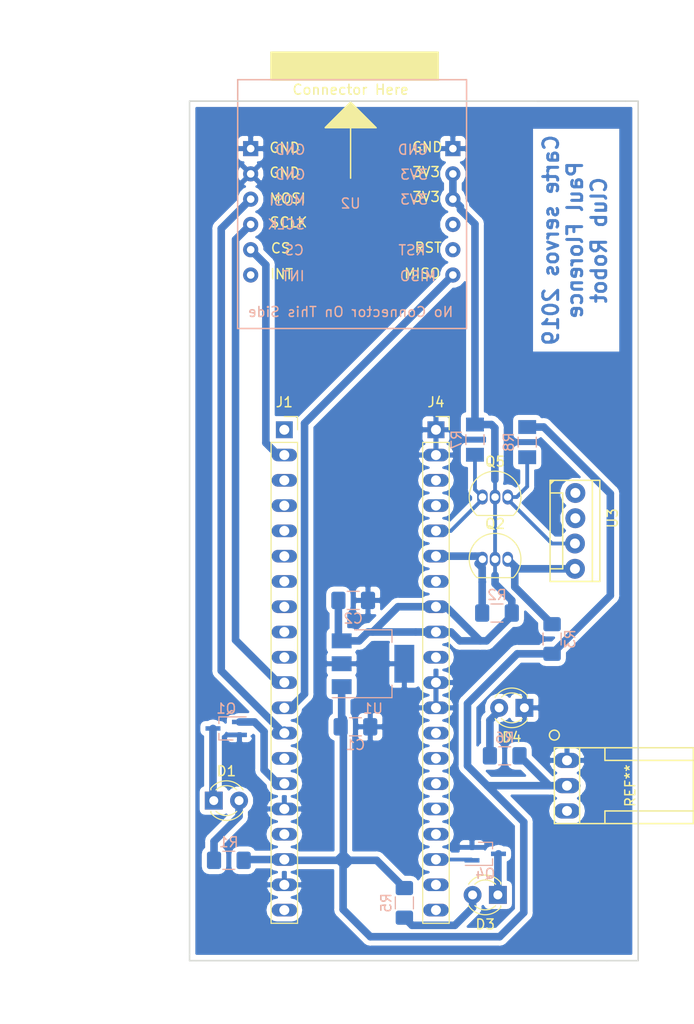
<source format=kicad_pcb>
(kicad_pcb (version 20171130) (host pcbnew "(5.0.1-3-g963ef8bb5)")

  (general
    (thickness 1.6)
    (drawings 16)
    (tracks 144)
    (zones 0)
    (modules 22)
    (nets 47)
  )

  (page A4)
  (layers
    (0 F.Cu signal)
    (31 B.Cu signal)
    (32 B.Adhes user)
    (33 F.Adhes user)
    (34 B.Paste user)
    (35 F.Paste user)
    (36 B.SilkS user)
    (37 F.SilkS user)
    (38 B.Mask user)
    (39 F.Mask user)
    (40 Dwgs.User user)
    (41 Cmts.User user)
    (42 Eco1.User user)
    (43 Eco2.User user)
    (44 Edge.Cuts user)
    (45 Margin user)
    (46 B.CrtYd user)
    (47 F.CrtYd user)
    (48 B.Fab user hide)
    (49 F.Fab user)
  )

  (setup
    (last_trace_width 0.762)
    (user_trace_width 0.254)
    (user_trace_width 0.381)
    (user_trace_width 0.762)
    (trace_clearance 0.381)
    (zone_clearance 0.508)
    (zone_45_only no)
    (trace_min 0.2)
    (segment_width 0.2)
    (edge_width 0.15)
    (via_size 1.5)
    (via_drill 0.8)
    (via_min_size 0.4)
    (via_min_drill 0.3)
    (uvia_size 0.3)
    (uvia_drill 0.1)
    (uvias_allowed no)
    (uvia_min_size 0.2)
    (uvia_min_drill 0.1)
    (pcb_text_width 0.3)
    (pcb_text_size 1.5 1.5)
    (mod_edge_width 0.15)
    (mod_text_size 1 1)
    (mod_text_width 0.15)
    (pad_size 1.05 1.5)
    (pad_drill 0.75)
    (pad_to_mask_clearance 0.051)
    (solder_mask_min_width 0.25)
    (aux_axis_origin 0 0)
    (visible_elements FFFFFF7F)
    (pcbplotparams
      (layerselection 0x010fc_ffffffff)
      (usegerberextensions false)
      (usegerberattributes false)
      (usegerberadvancedattributes false)
      (creategerberjobfile false)
      (excludeedgelayer true)
      (linewidth 0.100000)
      (plotframeref false)
      (viasonmask false)
      (mode 1)
      (useauxorigin false)
      (hpglpennumber 1)
      (hpglpenspeed 20)
      (hpglpendiameter 15.000000)
      (psnegative false)
      (psa4output false)
      (plotreference true)
      (plotvalue true)
      (plotinvisibletext false)
      (padsonsilk false)
      (subtractmaskfromsilk false)
      (outputformat 1)
      (mirror false)
      (drillshape 1)
      (scaleselection 1)
      (outputdirectory ""))
  )

  (net 0 "")
  (net 1 +5V)
  (net 2 GND)
  (net 3 +3V3)
  (net 4 "Net-(D1-Pad1)")
  (net 5 "Net-(D1-Pad2)")
  (net 6 "Net-(D3-Pad1)")
  (net 7 "Net-(D3-Pad2)")
  (net 8 "Net-(D4-Pad2)")
  (net 9 "Net-(J1-Pad1)")
  (net 10 "Net-(J1-Pad3)")
  (net 11 "Net-(J1-Pad5)")
  (net 12 "Net-(J1-Pad4)")
  (net 13 "Net-(J1-Pad6)")
  (net 14 "Net-(J1-Pad7)")
  (net 15 "Net-(J1-Pad8)")
  (net 16 "Net-(J1-Pad9)")
  (net 17 "Net-(J1-Pad10)")
  (net 18 "Net-(J1-Pad14)")
  (net 19 "Net-(J1-Pad17)")
  (net 20 "Net-(J3-Pad3)")
  (net 21 "Net-(J4-Pad20)")
  (net 22 "Net-(J4-Pad19)")
  (net 23 "Net-(J4-Pad17)")
  (net 24 "Net-(J4-Pad16)")
  (net 25 "Net-(J4-Pad15)")
  (net 26 "Net-(J4-Pad14)")
  (net 27 "Net-(J4-Pad13)")
  (net 28 "Net-(J4-Pad10)")
  (net 29 "Net-(J4-Pad4)")
  (net 30 /led_hardfault)
  (net 31 /led_feedback)
  (net 32 "Net-(U2-Pad8)")
  (net 33 "Net-(U2-Pad1)")
  (net 34 /5V_logic_tx)
  (net 35 /3.3V_logic_tx)
  (net 36 /5V_logic_rx)
  (net 37 /3.3V_logic_rx)
  (net 38 /miso)
  (net 39 /cs)
  (net 40 /sck)
  (net 41 /mosi)
  (net 42 "Net-(J4-Pad3)")
  (net 43 "Net-(J1-Pad20)")
  (net 44 "Net-(J4-Pad7)")
  (net 45 "Net-(U3-Pad1)")
  (net 46 "Net-(U3-Pad2)")

  (net_class Default "Ceci est la Netclass par défaut."
    (clearance 0.381)
    (trace_width 0.762)
    (via_dia 1.5)
    (via_drill 0.8)
    (uvia_dia 0.3)
    (uvia_drill 0.1)
    (add_net +3V3)
    (add_net +5V)
    (add_net /3.3V_logic_rx)
    (add_net /3.3V_logic_tx)
    (add_net /5V_logic_rx)
    (add_net /5V_logic_tx)
    (add_net /cs)
    (add_net /led_feedback)
    (add_net /led_hardfault)
    (add_net /miso)
    (add_net /mosi)
    (add_net /sck)
    (add_net GND)
    (add_net "Net-(D1-Pad1)")
    (add_net "Net-(D1-Pad2)")
    (add_net "Net-(D3-Pad1)")
    (add_net "Net-(D3-Pad2)")
    (add_net "Net-(D4-Pad2)")
    (add_net "Net-(J1-Pad1)")
    (add_net "Net-(J1-Pad10)")
    (add_net "Net-(J1-Pad14)")
    (add_net "Net-(J1-Pad17)")
    (add_net "Net-(J1-Pad20)")
    (add_net "Net-(J1-Pad3)")
    (add_net "Net-(J1-Pad4)")
    (add_net "Net-(J1-Pad5)")
    (add_net "Net-(J1-Pad6)")
    (add_net "Net-(J1-Pad7)")
    (add_net "Net-(J1-Pad8)")
    (add_net "Net-(J1-Pad9)")
    (add_net "Net-(J3-Pad3)")
    (add_net "Net-(J4-Pad10)")
    (add_net "Net-(J4-Pad13)")
    (add_net "Net-(J4-Pad14)")
    (add_net "Net-(J4-Pad15)")
    (add_net "Net-(J4-Pad16)")
    (add_net "Net-(J4-Pad17)")
    (add_net "Net-(J4-Pad19)")
    (add_net "Net-(J4-Pad20)")
    (add_net "Net-(J4-Pad3)")
    (add_net "Net-(J4-Pad4)")
    (add_net "Net-(J4-Pad7)")
    (add_net "Net-(U2-Pad1)")
    (add_net "Net-(U2-Pad8)")
    (add_net "Net-(U3-Pad1)")
    (add_net "Net-(U3-Pad2)")
  )

  (module @Robot:HE14-4-straight (layer F.Cu) (tedit 5C44A605) (tstamp 5C522D07)
    (at 146.833747 87.63 270)
    (tags "HE14 3 straight connector 1x3")
    (path /5C44D4A4)
    (fp_text reference U3 (at 0 -3 270) (layer F.SilkS)
      (effects (font (size 1 1) (thickness 0.15)))
    )
    (fp_text value servo_connector (at 0 5 270) (layer F.Fab)
      (effects (font (size 1 1) (thickness 0.15)))
    )
    (fp_line (start 6.35 3.283747) (end -3.81 3.283747) (layer F.CrtYd) (width 0.15))
    (fp_line (start 6.35 -1.716253) (end -3.81 -1.716253) (layer F.CrtYd) (width 0.15))
    (fp_line (start 6.35 3.283747) (end 6.35 -1.716253) (layer F.SilkS) (width 0.15))
    (fp_line (start -3.81 3.283747) (end -3.81 -1.716253) (layer F.SilkS) (width 0.15))
    (fp_poly (pts (xy -3.41 3.283747) (xy -3.81 2.883747) (xy -3.81 3.283747)) (layer F.SilkS) (width 0.15))
    (fp_line (start 5.08 2.013747) (end -2.54 2.013747) (layer F.SilkS) (width 0.15))
    (fp_line (start 6.35 -0.966253) (end -3.81 -0.966253) (layer F.SilkS) (width 0.15))
    (fp_line (start 5.08 3.283747) (end 5.08 2.013747) (layer F.SilkS) (width 0.15))
    (fp_line (start -2.54 2.013747) (end -2.54 3.283747) (layer F.SilkS) (width 0.15))
    (fp_line (start 6.35 -1.716253) (end -3.81 -1.716253) (layer F.SilkS) (width 0.15))
    (fp_line (start 6.35 -1.716253) (end 6.35 3.283747) (layer F.CrtYd) (width 0.15))
    (fp_line (start 6.35 3.283747) (end -3.81 3.283747) (layer F.SilkS) (width 0.15))
    (fp_line (start -3.81 3.283747) (end -3.81 -1.716253) (layer F.CrtYd) (width 0.15))
    (pad 3 thru_hole circle (at 2.54 0.783747 90) (size 2 2) (drill 1) (layers *.Cu *.Mask)
      (net 36 /5V_logic_rx))
    (pad 2 thru_hole circle (at 0 0.743747 90) (size 2 2) (drill 1) (layers *.Cu *.Mask)
      (net 46 "Net-(U3-Pad2)"))
    (pad 1 thru_hole circle (at -2.54 0.743747 90) (size 2 2) (drill 1) (layers *.Cu *.Mask)
      (net 45 "Net-(U3-Pad1)"))
    (pad 4 thru_hole circle (at 5.08 0.783747 90) (size 2 2) (drill 1) (layers *.Cu *.Mask)
      (net 34 /5V_logic_tx))
    (model ${KIROBOT}/@Robot.3D/HE14/c-281695-3-k-3d.igs
      (offset (xyz 0 -0.7492999887466431 10.79499983787537))
      (scale (xyz 1 1 1))
      (rotate (xyz 0 0 0))
    )
  )

  (module LED_THT:LED_D3.0mm (layer F.Cu) (tedit 587A3A7B) (tstamp 5C522376)
    (at 140.97 106.68 180)
    (descr "LED, diameter 3.0mm, 2 pins")
    (tags "LED diameter 3.0mm 2 pins")
    (path /5C36B337)
    (fp_text reference D4 (at 1.27 -2.96 180) (layer F.SilkS)
      (effects (font (size 1 1) (thickness 0.15)))
    )
    (fp_text value LED_alimentation_rouge (at 1.27 2.96 180) (layer F.Fab)
      (effects (font (size 1 1) (thickness 0.15)))
    )
    (fp_arc (start 1.27 0) (end -0.23 -1.16619) (angle 284.3) (layer F.Fab) (width 0.1))
    (fp_arc (start 1.27 0) (end -0.29 -1.235516) (angle 108.8) (layer F.SilkS) (width 0.12))
    (fp_arc (start 1.27 0) (end -0.29 1.235516) (angle -108.8) (layer F.SilkS) (width 0.12))
    (fp_arc (start 1.27 0) (end 0.229039 -1.08) (angle 87.9) (layer F.SilkS) (width 0.12))
    (fp_arc (start 1.27 0) (end 0.229039 1.08) (angle -87.9) (layer F.SilkS) (width 0.12))
    (fp_circle (center 1.27 0) (end 2.77 0) (layer F.Fab) (width 0.1))
    (fp_line (start -0.23 -1.16619) (end -0.23 1.16619) (layer F.Fab) (width 0.1))
    (fp_line (start -0.29 -1.236) (end -0.29 -1.08) (layer F.SilkS) (width 0.12))
    (fp_line (start -0.29 1.08) (end -0.29 1.236) (layer F.SilkS) (width 0.12))
    (fp_line (start -1.15 -2.25) (end -1.15 2.25) (layer F.CrtYd) (width 0.05))
    (fp_line (start -1.15 2.25) (end 3.7 2.25) (layer F.CrtYd) (width 0.05))
    (fp_line (start 3.7 2.25) (end 3.7 -2.25) (layer F.CrtYd) (width 0.05))
    (fp_line (start 3.7 -2.25) (end -1.15 -2.25) (layer F.CrtYd) (width 0.05))
    (pad 1 thru_hole rect (at 0 0 180) (size 1.8 1.8) (drill 0.9) (layers *.Cu *.Mask)
      (net 2 GND))
    (pad 2 thru_hole circle (at 2.54 0 180) (size 1.8 1.8) (drill 0.9) (layers *.Cu *.Mask)
      (net 8 "Net-(D4-Pad2)"))
    (model ${KISYS3DMOD}/LED_THT.3dshapes/LED_D3.0mm.wrl
      (at (xyz 0 0 0))
      (scale (xyz 1 1 1))
      (rotate (xyz 0 0 0))
    )
  )

  (module LED_THT:LED_D3.0mm (layer F.Cu) (tedit 587A3A7B) (tstamp 5C522364)
    (at 138.303 125.476 180)
    (descr "LED, diameter 3.0mm, 2 pins")
    (tags "LED diameter 3.0mm 2 pins")
    (path /5C36B30F)
    (fp_text reference D3 (at 1.27 -2.96 180) (layer F.SilkS)
      (effects (font (size 1 1) (thickness 0.15)))
    )
    (fp_text value led_feedback_vert (at 1.27 2.96 180) (layer F.Fab)
      (effects (font (size 1 1) (thickness 0.15)))
    )
    (fp_line (start 3.7 -2.25) (end -1.15 -2.25) (layer F.CrtYd) (width 0.05))
    (fp_line (start 3.7 2.25) (end 3.7 -2.25) (layer F.CrtYd) (width 0.05))
    (fp_line (start -1.15 2.25) (end 3.7 2.25) (layer F.CrtYd) (width 0.05))
    (fp_line (start -1.15 -2.25) (end -1.15 2.25) (layer F.CrtYd) (width 0.05))
    (fp_line (start -0.29 1.08) (end -0.29 1.236) (layer F.SilkS) (width 0.12))
    (fp_line (start -0.29 -1.236) (end -0.29 -1.08) (layer F.SilkS) (width 0.12))
    (fp_line (start -0.23 -1.16619) (end -0.23 1.16619) (layer F.Fab) (width 0.1))
    (fp_circle (center 1.27 0) (end 2.77 0) (layer F.Fab) (width 0.1))
    (fp_arc (start 1.27 0) (end 0.229039 1.08) (angle -87.9) (layer F.SilkS) (width 0.12))
    (fp_arc (start 1.27 0) (end 0.229039 -1.08) (angle 87.9) (layer F.SilkS) (width 0.12))
    (fp_arc (start 1.27 0) (end -0.29 1.235516) (angle -108.8) (layer F.SilkS) (width 0.12))
    (fp_arc (start 1.27 0) (end -0.29 -1.235516) (angle 108.8) (layer F.SilkS) (width 0.12))
    (fp_arc (start 1.27 0) (end -0.23 -1.16619) (angle 284.3) (layer F.Fab) (width 0.1))
    (pad 2 thru_hole circle (at 2.54 0 180) (size 1.8 1.8) (drill 0.9) (layers *.Cu *.Mask)
      (net 7 "Net-(D3-Pad2)"))
    (pad 1 thru_hole rect (at 0 0 180) (size 1.8 1.8) (drill 0.9) (layers *.Cu *.Mask)
      (net 6 "Net-(D3-Pad1)"))
    (model ${KISYS3DMOD}/LED_THT.3dshapes/LED_D3.0mm.wrl
      (at (xyz 0 0 0))
      (scale (xyz 1 1 1))
      (rotate (xyz 0 0 0))
    )
  )

  (module LED_THT:LED_D3.0mm (layer F.Cu) (tedit 587A3A7B) (tstamp 5C522352)
    (at 109.75 116)
    (descr "LED, diameter 3.0mm, 2 pins")
    (tags "LED diameter 3.0mm 2 pins")
    (path /5BEDAB75)
    (fp_text reference D1 (at 1.27 -2.96) (layer F.SilkS)
      (effects (font (size 1 1) (thickness 0.15)))
    )
    (fp_text value LED_hardfault_jaune (at 1.27 2.96) (layer F.Fab)
      (effects (font (size 1 1) (thickness 0.15)))
    )
    (fp_arc (start 1.27 0) (end -0.23 -1.16619) (angle 284.3) (layer F.Fab) (width 0.1))
    (fp_arc (start 1.27 0) (end -0.29 -1.235516) (angle 108.8) (layer F.SilkS) (width 0.12))
    (fp_arc (start 1.27 0) (end -0.29 1.235516) (angle -108.8) (layer F.SilkS) (width 0.12))
    (fp_arc (start 1.27 0) (end 0.229039 -1.08) (angle 87.9) (layer F.SilkS) (width 0.12))
    (fp_arc (start 1.27 0) (end 0.229039 1.08) (angle -87.9) (layer F.SilkS) (width 0.12))
    (fp_circle (center 1.27 0) (end 2.77 0) (layer F.Fab) (width 0.1))
    (fp_line (start -0.23 -1.16619) (end -0.23 1.16619) (layer F.Fab) (width 0.1))
    (fp_line (start -0.29 -1.236) (end -0.29 -1.08) (layer F.SilkS) (width 0.12))
    (fp_line (start -0.29 1.08) (end -0.29 1.236) (layer F.SilkS) (width 0.12))
    (fp_line (start -1.15 -2.25) (end -1.15 2.25) (layer F.CrtYd) (width 0.05))
    (fp_line (start -1.15 2.25) (end 3.7 2.25) (layer F.CrtYd) (width 0.05))
    (fp_line (start 3.7 2.25) (end 3.7 -2.25) (layer F.CrtYd) (width 0.05))
    (fp_line (start 3.7 -2.25) (end -1.15 -2.25) (layer F.CrtYd) (width 0.05))
    (pad 1 thru_hole rect (at 0 0) (size 1.8 1.8) (drill 0.9) (layers *.Cu *.Mask)
      (net 4 "Net-(D1-Pad1)"))
    (pad 2 thru_hole circle (at 2.54 0) (size 1.8 1.8) (drill 0.9) (layers *.Cu *.Mask)
      (net 5 "Net-(D1-Pad2)"))
    (model ${KISYS3DMOD}/LED_THT.3dshapes/LED_D3.0mm.wrl
      (at (xyz 0 0 0))
      (scale (xyz 1 1 1))
      (rotate (xyz 0 0 0))
    )
  )

  (module Resistor_SMD:R_1206_3216Metric_Pad1.39x1.80mm_HandSolder (layer B.Cu) (tedit 5AC5DB74) (tstamp 5C50ADB6)
    (at 136 79.7325 270)
    (descr "Resistor SMD 1206 (3216 Metric), square (rectangular) end terminal, IPC_7351 nominal with elongated pad for handsoldering. (Body size source: http://www.tortai-tech.com/upload/download/2011102023233369053.pdf), generated with kicad-footprint-generator")
    (tags "resistor handsolder")
    (path /5C44DDB7)
    (attr smd)
    (fp_text reference R7 (at 0 1.85 270) (layer B.SilkS)
      (effects (font (size 1 1) (thickness 0.15)) (justify mirror))
    )
    (fp_text value 10kR (at 0 -1.85 270) (layer B.Fab)
      (effects (font (size 1 1) (thickness 0.15)) (justify mirror))
    )
    (fp_text user %R (at 0 0 270) (layer B.Fab)
      (effects (font (size 0.8 0.8) (thickness 0.12)) (justify mirror))
    )
    (fp_line (start 2.46 -1.15) (end -2.46 -1.15) (layer B.CrtYd) (width 0.05))
    (fp_line (start 2.46 1.15) (end 2.46 -1.15) (layer B.CrtYd) (width 0.05))
    (fp_line (start -2.46 1.15) (end 2.46 1.15) (layer B.CrtYd) (width 0.05))
    (fp_line (start -2.46 -1.15) (end -2.46 1.15) (layer B.CrtYd) (width 0.05))
    (fp_line (start -0.5 -0.91) (end 0.5 -0.91) (layer B.SilkS) (width 0.12))
    (fp_line (start -0.5 0.91) (end 0.5 0.91) (layer B.SilkS) (width 0.12))
    (fp_line (start 1.6 -0.8) (end -1.6 -0.8) (layer B.Fab) (width 0.1))
    (fp_line (start 1.6 0.8) (end 1.6 -0.8) (layer B.Fab) (width 0.1))
    (fp_line (start -1.6 0.8) (end 1.6 0.8) (layer B.Fab) (width 0.1))
    (fp_line (start -1.6 -0.8) (end -1.6 0.8) (layer B.Fab) (width 0.1))
    (pad 2 smd rect (at 1.5175 0 270) (size 1.395 1.8) (layers B.Cu B.Paste B.Mask)
      (net 37 /3.3V_logic_rx))
    (pad 1 smd rect (at -1.5175 0 270) (size 1.395 1.8) (layers B.Cu B.Paste B.Mask)
      (net 3 +3V3))
    (model ${KISYS3DMOD}/Resistor_SMD.3dshapes/R_1206_3216Metric.wrl
      (at (xyz 0 0 0))
      (scale (xyz 1 1 1))
      (rotate (xyz 0 0 0))
    )
  )

  (module Resistor_SMD:R_1206_3216Metric_Pad1.39x1.80mm_HandSolder (layer B.Cu) (tedit 5AC5DB74) (tstamp 5C50ADA5)
    (at 141.25 79.9825 270)
    (descr "Resistor SMD 1206 (3216 Metric), square (rectangular) end terminal, IPC_7351 nominal with elongated pad for handsoldering. (Body size source: http://www.tortai-tech.com/upload/download/2011102023233369053.pdf), generated with kicad-footprint-generator")
    (tags "resistor handsolder")
    (path /5C44DDBE)
    (attr smd)
    (fp_text reference R8 (at 0 1.85 270) (layer B.SilkS)
      (effects (font (size 1 1) (thickness 0.15)) (justify mirror))
    )
    (fp_text value 10kR (at 0 -1.85 270) (layer B.Fab)
      (effects (font (size 1 1) (thickness 0.15)) (justify mirror))
    )
    (fp_line (start -1.6 -0.8) (end -1.6 0.8) (layer B.Fab) (width 0.1))
    (fp_line (start -1.6 0.8) (end 1.6 0.8) (layer B.Fab) (width 0.1))
    (fp_line (start 1.6 0.8) (end 1.6 -0.8) (layer B.Fab) (width 0.1))
    (fp_line (start 1.6 -0.8) (end -1.6 -0.8) (layer B.Fab) (width 0.1))
    (fp_line (start -0.5 0.91) (end 0.5 0.91) (layer B.SilkS) (width 0.12))
    (fp_line (start -0.5 -0.91) (end 0.5 -0.91) (layer B.SilkS) (width 0.12))
    (fp_line (start -2.46 -1.15) (end -2.46 1.15) (layer B.CrtYd) (width 0.05))
    (fp_line (start -2.46 1.15) (end 2.46 1.15) (layer B.CrtYd) (width 0.05))
    (fp_line (start 2.46 1.15) (end 2.46 -1.15) (layer B.CrtYd) (width 0.05))
    (fp_line (start 2.46 -1.15) (end -2.46 -1.15) (layer B.CrtYd) (width 0.05))
    (fp_text user %R (at 0 0 270) (layer B.Fab)
      (effects (font (size 0.8 0.8) (thickness 0.12)) (justify mirror))
    )
    (pad 1 smd rect (at -1.5175 0 270) (size 1.395 1.8) (layers B.Cu B.Paste B.Mask)
      (net 1 +5V))
    (pad 2 smd rect (at 1.5175 0 270) (size 1.395 1.8) (layers B.Cu B.Paste B.Mask)
      (net 36 /5V_logic_rx))
    (model ${KISYS3DMOD}/Resistor_SMD.3dshapes/R_1206_3216Metric.wrl
      (at (xyz 0 0 0))
      (scale (xyz 1 1 1))
      (rotate (xyz 0 0 0))
    )
  )

  (module Package_TO_SOT_THT:TO-92_Inline (layer F.Cu) (tedit 5C45AD51) (tstamp 5C44A725)
    (at 136.75 85.5)
    (descr "TO-92 leads in-line, narrow, oval pads, drill 0.75mm (see NXP sot054_po.pdf)")
    (tags "to-92 sc-43 sc-43a sot54 PA33 transistor")
    (path /5C44DDB0)
    (fp_text reference Q5 (at 1.27 -3.56) (layer F.SilkS)
      (effects (font (size 1 1) (thickness 0.15)))
    )
    (fp_text value 2N7000 (at 1.27 2.79) (layer F.Fab)
      (effects (font (size 1 1) (thickness 0.15)))
    )
    (fp_text user %R (at 1.27 -3.56) (layer F.Fab)
      (effects (font (size 1 1) (thickness 0.15)))
    )
    (fp_line (start -0.53 1.85) (end 3.07 1.85) (layer F.SilkS) (width 0.12))
    (fp_line (start -0.5 1.75) (end 3 1.75) (layer F.Fab) (width 0.1))
    (fp_line (start -1.46 -2.73) (end 4 -2.73) (layer F.CrtYd) (width 0.05))
    (fp_line (start -1.46 -2.73) (end -1.46 2.01) (layer F.CrtYd) (width 0.05))
    (fp_line (start 4 2.01) (end 4 -2.73) (layer F.CrtYd) (width 0.05))
    (fp_line (start 4 2.01) (end -1.46 2.01) (layer F.CrtYd) (width 0.05))
    (fp_arc (start 1.27 0) (end 1.27 -2.48) (angle 135) (layer F.Fab) (width 0.1))
    (fp_arc (start 1.27 0) (end 1.27 -2.6) (angle -135) (layer F.SilkS) (width 0.12))
    (fp_arc (start 1.27 0) (end 1.27 -2.48) (angle -135) (layer F.Fab) (width 0.1))
    (fp_arc (start 1.27 0) (end 1.27 -2.6) (angle 135) (layer F.SilkS) (width 0.12))
    (pad 2 thru_hole oval (at 1.27 0) (size 1.05 1.5) (drill 0.75) (layers *.Cu *.Mask)
      (net 3 +3V3))
    (pad 3 thru_hole oval (at 2.54 0) (size 1.05 1.5) (drill 0.75) (layers *.Cu *.Mask)
      (net 36 /5V_logic_rx))
    (pad 1 thru_hole oval (at 0 0) (size 1.05 1.5) (drill 0.75) (layers *.Cu *.Mask)
      (net 37 /3.3V_logic_rx))
    (model ${KISYS3DMOD}/Package_TO_SOT_THT.3dshapes/TO-92_Inline.wrl
      (at (xyz 0 0 0))
      (scale (xyz 1 1 1))
      (rotate (xyz 0 0 0))
    )
  )

  (module Capacitor_SMD:C_1206_3216Metric_Pad1.42x1.75mm_HandSolder (layer B.Cu) (tedit 5B301BBE) (tstamp 5C5D2A9D)
    (at 123.9885 108.585)
    (descr "Capacitor SMD 1206 (3216 Metric), square (rectangular) end terminal, IPC_7351 nominal with elongated pad for handsoldering. (Body size source: http://www.tortai-tech.com/upload/download/2011102023233369053.pdf), generated with kicad-footprint-generator")
    (tags "capacitor handsolder")
    (path /5C093824)
    (attr smd)
    (fp_text reference C1 (at 0 1.82) (layer B.SilkS)
      (effects (font (size 1 1) (thickness 0.15)) (justify mirror))
    )
    (fp_text value 1u (at 0 -1.82) (layer B.Fab)
      (effects (font (size 1 1) (thickness 0.15)) (justify mirror))
    )
    (fp_line (start -1.6 -0.8) (end -1.6 0.8) (layer B.Fab) (width 0.1))
    (fp_line (start -1.6 0.8) (end 1.6 0.8) (layer B.Fab) (width 0.1))
    (fp_line (start 1.6 0.8) (end 1.6 -0.8) (layer B.Fab) (width 0.1))
    (fp_line (start 1.6 -0.8) (end -1.6 -0.8) (layer B.Fab) (width 0.1))
    (fp_line (start -0.602064 0.91) (end 0.602064 0.91) (layer B.SilkS) (width 0.12))
    (fp_line (start -0.602064 -0.91) (end 0.602064 -0.91) (layer B.SilkS) (width 0.12))
    (fp_line (start -2.45 -1.12) (end -2.45 1.12) (layer B.CrtYd) (width 0.05))
    (fp_line (start -2.45 1.12) (end 2.45 1.12) (layer B.CrtYd) (width 0.05))
    (fp_line (start 2.45 1.12) (end 2.45 -1.12) (layer B.CrtYd) (width 0.05))
    (fp_line (start 2.45 -1.12) (end -2.45 -1.12) (layer B.CrtYd) (width 0.05))
    (fp_text user %R (at 0 0) (layer B.Fab)
      (effects (font (size 0.8 0.8) (thickness 0.12)) (justify mirror))
    )
    (pad 1 smd roundrect (at -1.4875 0) (size 1.425 1.75) (layers B.Cu B.Paste B.Mask) (roundrect_rratio 0.175439)
      (net 1 +5V))
    (pad 2 smd roundrect (at 1.4875 0) (size 1.425 1.75) (layers B.Cu B.Paste B.Mask) (roundrect_rratio 0.175439)
      (net 2 GND))
    (model ${KISYS3DMOD}/Capacitor_SMD.3dshapes/C_1206_3216Metric.wrl
      (at (xyz 0 0 0))
      (scale (xyz 1 1 1))
      (rotate (xyz 0 0 0))
    )
  )

  (module Capacitor_SMD:C_1206_3216Metric_Pad1.42x1.75mm_HandSolder (layer B.Cu) (tedit 5B301BBE) (tstamp 5C5D2AAE)
    (at 123.7625 95.885)
    (descr "Capacitor SMD 1206 (3216 Metric), square (rectangular) end terminal, IPC_7351 nominal with elongated pad for handsoldering. (Body size source: http://www.tortai-tech.com/upload/download/2011102023233369053.pdf), generated with kicad-footprint-generator")
    (tags "capacitor handsolder")
    (path /5C129261)
    (attr smd)
    (fp_text reference C2 (at 0 1.82) (layer B.SilkS)
      (effects (font (size 1 1) (thickness 0.15)) (justify mirror))
    )
    (fp_text value 1u (at 0 -1.82) (layer B.Fab)
      (effects (font (size 1 1) (thickness 0.15)) (justify mirror))
    )
    (fp_text user %R (at 0 0) (layer B.Fab)
      (effects (font (size 0.8 0.8) (thickness 0.12)) (justify mirror))
    )
    (fp_line (start 2.45 -1.12) (end -2.45 -1.12) (layer B.CrtYd) (width 0.05))
    (fp_line (start 2.45 1.12) (end 2.45 -1.12) (layer B.CrtYd) (width 0.05))
    (fp_line (start -2.45 1.12) (end 2.45 1.12) (layer B.CrtYd) (width 0.05))
    (fp_line (start -2.45 -1.12) (end -2.45 1.12) (layer B.CrtYd) (width 0.05))
    (fp_line (start -0.602064 -0.91) (end 0.602064 -0.91) (layer B.SilkS) (width 0.12))
    (fp_line (start -0.602064 0.91) (end 0.602064 0.91) (layer B.SilkS) (width 0.12))
    (fp_line (start 1.6 -0.8) (end -1.6 -0.8) (layer B.Fab) (width 0.1))
    (fp_line (start 1.6 0.8) (end 1.6 -0.8) (layer B.Fab) (width 0.1))
    (fp_line (start -1.6 0.8) (end 1.6 0.8) (layer B.Fab) (width 0.1))
    (fp_line (start -1.6 -0.8) (end -1.6 0.8) (layer B.Fab) (width 0.1))
    (pad 2 smd roundrect (at 1.4875 0) (size 1.425 1.75) (layers B.Cu B.Paste B.Mask) (roundrect_rratio 0.175439)
      (net 2 GND))
    (pad 1 smd roundrect (at -1.4875 0) (size 1.425 1.75) (layers B.Cu B.Paste B.Mask) (roundrect_rratio 0.175439)
      (net 3 +3V3))
    (model ${KISYS3DMOD}/Capacitor_SMD.3dshapes/C_1206_3216Metric.wrl
      (at (xyz 0 0 0))
      (scale (xyz 1 1 1))
      (rotate (xyz 0 0 0))
    )
  )

  (module @Robot:PinSocket_1x20_P2.54mm_Vertical_Long_Pads (layer F.Cu) (tedit 5C366415) (tstamp 5C5D2B22)
    (at 116.84 78.74)
    (descr "Through hole straight socket strip, 1x20, 2.54mm pitch, single row (from Kicad 4.0.7), script generated")
    (tags "Through hole socket strip THT 1x20 2.54mm single row")
    (path /5C0965A6)
    (fp_text reference J1 (at 0 -2.77) (layer F.SilkS)
      (effects (font (size 1 1) (thickness 0.15)))
    )
    (fp_text value Conn_01x20_Female (at 0 51.03) (layer F.Fab)
      (effects (font (size 1 1) (thickness 0.15)))
    )
    (fp_line (start -1.27 -1.27) (end 0.635 -1.27) (layer F.Fab) (width 0.1))
    (fp_line (start 0.635 -1.27) (end 1.27 -0.635) (layer F.Fab) (width 0.1))
    (fp_line (start 1.27 -0.635) (end 1.27 49.53) (layer F.Fab) (width 0.1))
    (fp_line (start 1.27 49.53) (end -1.27 49.53) (layer F.Fab) (width 0.1))
    (fp_line (start -1.27 49.53) (end -1.27 -1.27) (layer F.Fab) (width 0.1))
    (fp_line (start -1.33 1.27) (end 1.33 1.27) (layer F.SilkS) (width 0.12))
    (fp_line (start -1.33 1.27) (end -1.33 49.59) (layer F.SilkS) (width 0.12))
    (fp_line (start -1.33 49.59) (end 1.33 49.59) (layer F.SilkS) (width 0.12))
    (fp_line (start 1.33 1.27) (end 1.33 49.59) (layer F.SilkS) (width 0.12))
    (fp_line (start 1.33 -1.33) (end 1.33 0) (layer F.SilkS) (width 0.12))
    (fp_line (start 0 -1.33) (end 1.33 -1.33) (layer F.SilkS) (width 0.12))
    (fp_line (start -1.8 -1.8) (end 1.75 -1.8) (layer F.CrtYd) (width 0.05))
    (fp_line (start 1.75 -1.8) (end 1.75 50) (layer F.CrtYd) (width 0.05))
    (fp_line (start 1.75 50) (end -1.8 50) (layer F.CrtYd) (width 0.05))
    (fp_line (start -1.8 50) (end -1.8 -1.8) (layer F.CrtYd) (width 0.05))
    (fp_text user %R (at 0 24.13 90) (layer F.Fab)
      (effects (font (size 1 1) (thickness 0.15)))
    )
    (pad 2 thru_hole oval (at 0 2.54) (size 2.54 1.27) (drill 1) (layers *.Cu *.Mask)
      (net 39 /cs))
    (pad 1 thru_hole rect (at 0 0) (size 1.7 1.7) (drill 1) (layers *.Cu *.Mask)
      (net 9 "Net-(J1-Pad1)"))
    (pad 3 thru_hole oval (at 0 5.08) (size 2.54 1.27) (drill 1) (layers *.Cu *.Mask)
      (net 10 "Net-(J1-Pad3)"))
    (pad 5 thru_hole oval (at 0 10.16) (size 2.54 1.27) (drill 1) (layers *.Cu *.Mask)
      (net 11 "Net-(J1-Pad5)"))
    (pad 4 thru_hole oval (at 0 7.62) (size 2.54 1.27) (drill 1) (layers *.Cu *.Mask)
      (net 12 "Net-(J1-Pad4)"))
    (pad 6 thru_hole oval (at 0 12.7) (size 2.54 1.27) (drill 1) (layers *.Cu *.Mask)
      (net 13 "Net-(J1-Pad6)"))
    (pad 7 thru_hole oval (at 0 15.24) (size 2.54 1.27) (drill 1) (layers *.Cu *.Mask)
      (net 14 "Net-(J1-Pad7)"))
    (pad 8 thru_hole oval (at 0 17.78) (size 2.54 1.27) (drill 1) (layers *.Cu *.Mask)
      (net 15 "Net-(J1-Pad8)"))
    (pad 9 thru_hole oval (at 0 20.32) (size 2.54 1.27) (drill 1) (layers *.Cu *.Mask)
      (net 16 "Net-(J1-Pad9)"))
    (pad 10 thru_hole oval (at 0 22.86) (size 2.54 1.27) (drill 1) (layers *.Cu *.Mask)
      (net 17 "Net-(J1-Pad10)"))
    (pad 11 thru_hole oval (at 0 25.4) (size 2.54 1.27) (drill 1) (layers *.Cu *.Mask)
      (net 40 /sck))
    (pad 12 thru_hole oval (at 0 27.94) (size 2.54 1.27) (drill 1) (layers *.Cu *.Mask)
      (net 38 /miso))
    (pad 13 thru_hole oval (at 0 30.48) (size 2.54 1.27) (drill 1) (layers *.Cu *.Mask)
      (net 41 /mosi))
    (pad 14 thru_hole oval (at 0 33.02) (size 2.54 1.27) (drill 1) (layers *.Cu *.Mask)
      (net 18 "Net-(J1-Pad14)"))
    (pad 15 thru_hole oval (at 0 35.56) (size 2.54 1.27) (drill 1) (layers *.Cu *.Mask)
      (net 30 /led_hardfault))
    (pad 16 thru_hole oval (at 0 38.1) (size 2.54 1.27) (drill 1) (layers *.Cu *.Mask)
      (net 2 GND))
    (pad 17 thru_hole oval (at 0 40.64) (size 2.54 1.27) (drill 1) (layers *.Cu *.Mask)
      (net 19 "Net-(J1-Pad17)"))
    (pad 18 thru_hole oval (at 0 43.18) (size 2.54 1.27) (drill 1) (layers *.Cu *.Mask)
      (net 1 +5V))
    (pad 19 thru_hole oval (at 0 45.72) (size 2.54 1.27) (drill 1) (layers *.Cu *.Mask)
      (net 2 GND))
    (pad 20 thru_hole oval (at 0 48.26) (size 2.54 1.27) (drill 1) (layers *.Cu *.Mask)
      (net 43 "Net-(J1-Pad20)"))
    (model ${KISYS3DMOD}/Connector_PinSocket_2.54mm.3dshapes/PinSocket_1x20_P2.54mm_Vertical.wrl
      (at (xyz 0 0 0))
      (scale (xyz 1 1 1))
      (rotate (xyz 0 0 0))
    )
  )

  (module @Robot:HE14-3_horizontal (layer F.Cu) (tedit 5C3B6962) (tstamp 5C5D2B5B)
    (at 149.06 114.5 270)
    (tags "HE13 3 logique")
    (path /5C08F1FF)
    (fp_text reference J3 (at 0 -2.54 270) (layer F.SilkS) hide
      (effects (font (size 1 1) (thickness 0.15)))
    )
    (fp_text value "Alim logique" (at 0 1.27 90) (layer F.Fab) hide
      (effects (font (size 1 1) (thickness 0.15)))
    )
    (fp_text user REF** (at 0 -2.54 90) (layer F.SilkS)
      (effects (font (size 1 1) (thickness 0.15)))
    )
    (fp_line (start 3.81 2.54) (end -3.81 2.54) (layer F.Fab) (width 0.15))
    (fp_line (start 2.54 0) (end 3.81 0) (layer F.Fab) (width 0.15))
    (fp_line (start 2.54 -8.89) (end 2.54 0) (layer F.Fab) (width 0.15))
    (fp_line (start -2.54 0) (end -3.81 0) (layer F.Fab) (width 0.15))
    (fp_line (start -2.54 -8.89) (end -2.54 0) (layer F.Fab) (width 0.15))
    (fp_line (start 3.81 -8.89) (end -3.81 -8.89) (layer F.Fab) (width 0.15))
    (fp_line (start 3.81 5.08) (end 3.81 -8.89) (layer F.Fab) (width 0.15))
    (fp_line (start -3.81 5.08) (end 3.81 5.08) (layer F.Fab) (width 0.15))
    (fp_line (start -3.81 -8.89) (end -3.81 5.08) (layer F.Fab) (width 0.15))
    (fp_circle (center -5.08 5.08) (end -4.58 5.08) (layer F.SilkS) (width 0.15))
    (fp_line (start 3.81 2.54) (end 3.81 5.08) (layer F.SilkS) (width 0.15))
    (fp_line (start 3.81 5.08) (end -3.81 5.08) (layer F.SilkS) (width 0.15))
    (fp_line (start -3.81 5.08) (end -3.81 2.54) (layer F.SilkS) (width 0.15))
    (fp_line (start -3.81 2.54) (end 3.81 2.54) (layer F.SilkS) (width 0.15))
    (fp_line (start 3.81 -8.89) (end 3.81 2.54) (layer F.SilkS) (width 0.15))
    (fp_line (start 3.81 -8.89) (end -3.81 -8.89) (layer F.SilkS) (width 0.15))
    (fp_line (start -3.81 -8.89) (end -3.81 2.54) (layer F.SilkS) (width 0.15))
    (fp_line (start -3.81 0) (end -2.54 0) (layer F.SilkS) (width 0.15))
    (fp_line (start -2.54 0) (end -2.54 -8.89) (layer F.SilkS) (width 0.15))
    (fp_line (start 2.54 -8.89) (end 2.54 0) (layer F.SilkS) (width 0.15))
    (fp_line (start 2.54 0) (end 3.81 0) (layer F.SilkS) (width 0.15))
    (pad 2 thru_hole oval (at 0 3.81 270) (size 1.524 2.54) (drill 1) (layers *.Cu *.Mask)
      (net 1 +5V))
    (pad 1 thru_hole oval (at -2.54 3.81 270) (size 1.524 2.54) (drill 1) (layers *.Cu *.Mask)
      (net 2 GND))
    (pad 3 thru_hole oval (at 2.54 3.81 270) (size 1.524 2.54) (drill 1) (layers *.Cu *.Mask)
      (net 20 "Net-(J3-Pad3)"))
    (model ${KIROBOT}/@Robot.3D/HE14/c-281698-3-g-3d.stp
      (offset (xyz 0 9 3))
      (scale (xyz 1 1 1))
      (rotate (xyz -90 0 180))
    )
  )

  (module @Robot:PinSocket_1x20_P2.54mm_Vertical_Long_Pads (layer F.Cu) (tedit 5C366415) (tstamp 5C5D2B83)
    (at 132.08 78.74)
    (descr "Through hole straight socket strip, 1x20, 2.54mm pitch, single row (from Kicad 4.0.7), script generated")
    (tags "Through hole socket strip THT 1x20 2.54mm single row")
    (path /5C096C54)
    (fp_text reference J4 (at 0 -2.77) (layer F.SilkS)
      (effects (font (size 1 1) (thickness 0.15)))
    )
    (fp_text value Conn_01x20_Female (at 0 51.03) (layer F.Fab)
      (effects (font (size 1 1) (thickness 0.15)))
    )
    (fp_text user %R (at 0 24.13 90) (layer F.Fab)
      (effects (font (size 1 1) (thickness 0.15)))
    )
    (fp_line (start -1.8 50) (end -1.8 -1.8) (layer F.CrtYd) (width 0.05))
    (fp_line (start 1.75 50) (end -1.8 50) (layer F.CrtYd) (width 0.05))
    (fp_line (start 1.75 -1.8) (end 1.75 50) (layer F.CrtYd) (width 0.05))
    (fp_line (start -1.8 -1.8) (end 1.75 -1.8) (layer F.CrtYd) (width 0.05))
    (fp_line (start 0 -1.33) (end 1.33 -1.33) (layer F.SilkS) (width 0.12))
    (fp_line (start 1.33 -1.33) (end 1.33 0) (layer F.SilkS) (width 0.12))
    (fp_line (start 1.33 1.27) (end 1.33 49.59) (layer F.SilkS) (width 0.12))
    (fp_line (start -1.33 49.59) (end 1.33 49.59) (layer F.SilkS) (width 0.12))
    (fp_line (start -1.33 1.27) (end -1.33 49.59) (layer F.SilkS) (width 0.12))
    (fp_line (start -1.33 1.27) (end 1.33 1.27) (layer F.SilkS) (width 0.12))
    (fp_line (start -1.27 49.53) (end -1.27 -1.27) (layer F.Fab) (width 0.1))
    (fp_line (start 1.27 49.53) (end -1.27 49.53) (layer F.Fab) (width 0.1))
    (fp_line (start 1.27 -0.635) (end 1.27 49.53) (layer F.Fab) (width 0.1))
    (fp_line (start 0.635 -1.27) (end 1.27 -0.635) (layer F.Fab) (width 0.1))
    (fp_line (start -1.27 -1.27) (end 0.635 -1.27) (layer F.Fab) (width 0.1))
    (pad 20 thru_hole oval (at 0 48.26) (size 2.54 1.27) (drill 1) (layers *.Cu *.Mask)
      (net 21 "Net-(J4-Pad20)"))
    (pad 19 thru_hole oval (at 0 45.72) (size 2.54 1.27) (drill 1) (layers *.Cu *.Mask)
      (net 22 "Net-(J4-Pad19)"))
    (pad 18 thru_hole oval (at 0 43.18) (size 2.54 1.27) (drill 1) (layers *.Cu *.Mask)
      (net 31 /led_feedback))
    (pad 17 thru_hole oval (at 0 40.64) (size 2.54 1.27) (drill 1) (layers *.Cu *.Mask)
      (net 23 "Net-(J4-Pad17)"))
    (pad 16 thru_hole oval (at 0 38.1) (size 2.54 1.27) (drill 1) (layers *.Cu *.Mask)
      (net 24 "Net-(J4-Pad16)"))
    (pad 15 thru_hole oval (at 0 35.56) (size 2.54 1.27) (drill 1) (layers *.Cu *.Mask)
      (net 25 "Net-(J4-Pad15)"))
    (pad 14 thru_hole oval (at 0 33.02) (size 2.54 1.27) (drill 1) (layers *.Cu *.Mask)
      (net 26 "Net-(J4-Pad14)"))
    (pad 13 thru_hole oval (at 0 30.48) (size 2.54 1.27) (drill 1) (layers *.Cu *.Mask)
      (net 27 "Net-(J4-Pad13)"))
    (pad 12 thru_hole oval (at 0 27.94) (size 2.54 1.27) (drill 1) (layers *.Cu *.Mask)
      (net 2 GND))
    (pad 11 thru_hole oval (at 0 25.4) (size 2.54 1.27) (drill 1) (layers *.Cu *.Mask)
      (net 2 GND))
    (pad 10 thru_hole oval (at 0 22.86) (size 2.54 1.27) (drill 1) (layers *.Cu *.Mask)
      (net 28 "Net-(J4-Pad10)"))
    (pad 9 thru_hole oval (at 0 20.32) (size 2.54 1.27) (drill 1) (layers *.Cu *.Mask)
      (net 3 +3V3))
    (pad 8 thru_hole oval (at 0 17.78) (size 2.54 1.27) (drill 1) (layers *.Cu *.Mask)
      (net 3 +3V3))
    (pad 7 thru_hole oval (at 0 15.24) (size 2.54 1.27) (drill 1) (layers *.Cu *.Mask)
      (net 44 "Net-(J4-Pad7)"))
    (pad 6 thru_hole oval (at 0 12.7) (size 2.54 1.27) (drill 1) (layers *.Cu *.Mask)
      (net 35 /3.3V_logic_tx))
    (pad 4 thru_hole oval (at 0 7.62) (size 2.54 1.27) (drill 1) (layers *.Cu *.Mask)
      (net 29 "Net-(J4-Pad4)"))
    (pad 5 thru_hole oval (at 0 10.16) (size 2.54 1.27) (drill 1) (layers *.Cu *.Mask)
      (net 37 /3.3V_logic_rx))
    (pad 3 thru_hole oval (at 0 5.08) (size 2.54 1.27) (drill 1) (layers *.Cu *.Mask)
      (net 42 "Net-(J4-Pad3)"))
    (pad 1 thru_hole rect (at 0 0) (size 1.7 1.7) (drill 1) (layers *.Cu *.Mask)
      (net 2 GND))
    (pad 2 thru_hole oval (at 0 2.54) (size 2.54 1.27) (drill 1) (layers *.Cu *.Mask)
      (net 2 GND))
    (model ${KISYS3DMOD}/Connector_PinSocket_2.54mm.3dshapes/PinSocket_1x20_P2.54mm_Vertical.wrl
      (at (xyz 0 0 0))
      (scale (xyz 1 1 1))
      (rotate (xyz 0 0 0))
    )
  )

  (module Package_TO_SOT_SMD:SOT-323_SC-70_Handsoldering (layer B.Cu) (tedit 5A02FF57) (tstamp 5C5D2BE7)
    (at 111 108.75 180)
    (descr "SOT-323, SC-70 Handsoldering")
    (tags "SOT-323 SC-70 Handsoldering")
    (path /5C3683D7)
    (attr smd)
    (fp_text reference Q1 (at 0 2 180) (layer B.SilkS)
      (effects (font (size 1 1) (thickness 0.15)) (justify mirror))
    )
    (fp_text value PMF370XN (at 0 -2.05 180) (layer B.Fab)
      (effects (font (size 1 1) (thickness 0.15)) (justify mirror))
    )
    (fp_text user %R (at 0 0 90) (layer B.Fab)
      (effects (font (size 0.5 0.5) (thickness 0.075)) (justify mirror))
    )
    (fp_line (start 0.735 -0.5) (end 0.735 -1.16) (layer B.SilkS) (width 0.12))
    (fp_line (start 0.735 1.17) (end 0.735 0.5) (layer B.SilkS) (width 0.12))
    (fp_line (start 2.4 -1.3) (end -2.4 -1.3) (layer B.CrtYd) (width 0.05))
    (fp_line (start 2.4 1.3) (end 2.4 -1.3) (layer B.CrtYd) (width 0.05))
    (fp_line (start -2.4 1.3) (end 2.4 1.3) (layer B.CrtYd) (width 0.05))
    (fp_line (start -2.4 -1.3) (end -2.4 1.3) (layer B.CrtYd) (width 0.05))
    (fp_line (start 0.735 1.16) (end -2 1.16) (layer B.SilkS) (width 0.12))
    (fp_line (start -0.675 -1.16) (end 0.735 -1.16) (layer B.SilkS) (width 0.12))
    (fp_line (start 0.675 1.1) (end -0.175 1.1) (layer B.Fab) (width 0.1))
    (fp_line (start -0.675 0.6) (end -0.675 -1.1) (layer B.Fab) (width 0.1))
    (fp_line (start 0.675 1.1) (end 0.675 -1.1) (layer B.Fab) (width 0.1))
    (fp_line (start 0.675 -1.1) (end -0.675 -1.1) (layer B.Fab) (width 0.1))
    (fp_line (start -0.175 1.1) (end -0.675 0.6) (layer B.Fab) (width 0.1))
    (pad 1 smd rect (at -1.33 0.65 270) (size 0.45 1.5) (layers B.Cu B.Paste B.Mask)
      (net 30 /led_hardfault))
    (pad 2 smd rect (at -1.33 -0.65 270) (size 0.45 1.5) (layers B.Cu B.Paste B.Mask)
      (net 2 GND))
    (pad 3 smd rect (at 1.33 0 270) (size 0.45 1.5) (layers B.Cu B.Paste B.Mask)
      (net 4 "Net-(D1-Pad1)"))
    (model ${KISYS3DMOD}/Package_TO_SOT_SMD.3dshapes/SOT-323_SC-70.wrl
      (at (xyz 0 0 0))
      (scale (xyz 1 1 1))
      (rotate (xyz 0 0 0))
    )
  )

  (module Package_TO_SOT_THT:TO-92_Inline (layer F.Cu) (tedit 5C45AD5A) (tstamp 5C5D2BF9)
    (at 136.75 91.75)
    (descr "TO-92 leads in-line, narrow, oval pads, drill 0.75mm (see NXP sot054_po.pdf)")
    (tags "to-92 sc-43 sc-43a sot54 PA33 transistor")
    (path /5C0A825D)
    (fp_text reference Q2 (at 1.27 -3.56) (layer F.SilkS)
      (effects (font (size 1 1) (thickness 0.15)))
    )
    (fp_text value 2N7000 (at 1.27 2.79) (layer F.Fab)
      (effects (font (size 1 1) (thickness 0.15)))
    )
    (fp_text user %R (at 1.27 -3.56) (layer F.Fab)
      (effects (font (size 1 1) (thickness 0.15)))
    )
    (fp_line (start -0.53 1.85) (end 3.07 1.85) (layer F.SilkS) (width 0.12))
    (fp_line (start -0.5 1.75) (end 3 1.75) (layer F.Fab) (width 0.1))
    (fp_line (start -1.46 -2.73) (end 4 -2.73) (layer F.CrtYd) (width 0.05))
    (fp_line (start -1.46 -2.73) (end -1.46 2.01) (layer F.CrtYd) (width 0.05))
    (fp_line (start 4 2.01) (end 4 -2.73) (layer F.CrtYd) (width 0.05))
    (fp_line (start 4 2.01) (end -1.46 2.01) (layer F.CrtYd) (width 0.05))
    (fp_arc (start 1.27 0) (end 1.27 -2.48) (angle 135) (layer F.Fab) (width 0.1))
    (fp_arc (start 1.27 0) (end 1.27 -2.6) (angle -135) (layer F.SilkS) (width 0.12))
    (fp_arc (start 1.27 0) (end 1.27 -2.48) (angle -135) (layer F.Fab) (width 0.1))
    (fp_arc (start 1.27 0) (end 1.27 -2.6) (angle 135) (layer F.SilkS) (width 0.12))
    (pad 2 thru_hole oval (at 1.27 0) (size 1.05 1.5) (drill 0.75) (layers *.Cu *.Mask)
      (net 3 +3V3))
    (pad 3 thru_hole oval (at 2.54 0) (size 1.05 1.5) (drill 0.75) (layers *.Cu *.Mask)
      (net 34 /5V_logic_tx))
    (pad 1 thru_hole oval (at 0 0) (size 1.05 1.5) (drill 0.75) (layers *.Cu *.Mask)
      (net 35 /3.3V_logic_tx))
    (model ${KISYS3DMOD}/Package_TO_SOT_THT.3dshapes/TO-92_Inline.wrl
      (at (xyz 0 0 0))
      (scale (xyz 1 1 1))
      (rotate (xyz 0 0 0))
    )
  )

  (module Package_TO_SOT_SMD:SOT-323_SC-70_Handsoldering (layer B.Cu) (tedit 5A02FF57) (tstamp 5C5D2C23)
    (at 137.033 121.3485)
    (descr "SOT-323, SC-70 Handsoldering")
    (tags "SOT-323 SC-70 Handsoldering")
    (path /5C36B330)
    (attr smd)
    (fp_text reference Q4 (at 0 2) (layer B.SilkS)
      (effects (font (size 1 1) (thickness 0.15)) (justify mirror))
    )
    (fp_text value PMF370XN (at 0 -2.05) (layer B.Fab)
      (effects (font (size 1 1) (thickness 0.15)) (justify mirror))
    )
    (fp_text user %R (at 0 0 -90) (layer B.Fab)
      (effects (font (size 0.5 0.5) (thickness 0.075)) (justify mirror))
    )
    (fp_line (start 0.735 -0.5) (end 0.735 -1.16) (layer B.SilkS) (width 0.12))
    (fp_line (start 0.735 1.17) (end 0.735 0.5) (layer B.SilkS) (width 0.12))
    (fp_line (start 2.4 -1.3) (end -2.4 -1.3) (layer B.CrtYd) (width 0.05))
    (fp_line (start 2.4 1.3) (end 2.4 -1.3) (layer B.CrtYd) (width 0.05))
    (fp_line (start -2.4 1.3) (end 2.4 1.3) (layer B.CrtYd) (width 0.05))
    (fp_line (start -2.4 -1.3) (end -2.4 1.3) (layer B.CrtYd) (width 0.05))
    (fp_line (start 0.735 1.16) (end -2 1.16) (layer B.SilkS) (width 0.12))
    (fp_line (start -0.675 -1.16) (end 0.735 -1.16) (layer B.SilkS) (width 0.12))
    (fp_line (start 0.675 1.1) (end -0.175 1.1) (layer B.Fab) (width 0.1))
    (fp_line (start -0.675 0.6) (end -0.675 -1.1) (layer B.Fab) (width 0.1))
    (fp_line (start 0.675 1.1) (end 0.675 -1.1) (layer B.Fab) (width 0.1))
    (fp_line (start 0.675 -1.1) (end -0.675 -1.1) (layer B.Fab) (width 0.1))
    (fp_line (start -0.175 1.1) (end -0.675 0.6) (layer B.Fab) (width 0.1))
    (pad 1 smd rect (at -1.33 0.65 90) (size 0.45 1.5) (layers B.Cu B.Paste B.Mask)
      (net 31 /led_feedback))
    (pad 2 smd rect (at -1.33 -0.65 90) (size 0.45 1.5) (layers B.Cu B.Paste B.Mask)
      (net 2 GND))
    (pad 3 smd rect (at 1.33 0 90) (size 0.45 1.5) (layers B.Cu B.Paste B.Mask)
      (net 6 "Net-(D3-Pad1)"))
    (model ${KISYS3DMOD}/Package_TO_SOT_SMD.3dshapes/SOT-323_SC-70.wrl
      (at (xyz 0 0 0))
      (scale (xyz 1 1 1))
      (rotate (xyz 0 0 0))
    )
  )

  (module Resistor_SMD:R_1206_3216Metric_Pad1.42x1.75mm_HandSolder (layer B.Cu) (tedit 5B301BBD) (tstamp 5C5D2C34)
    (at 111.2625 122 180)
    (descr "Resistor SMD 1206 (3216 Metric), square (rectangular) end terminal, IPC_7351 nominal with elongated pad for handsoldering. (Body size source: http://www.tortai-tech.com/upload/download/2011102023233369053.pdf), generated with kicad-footprint-generator")
    (tags "resistor handsolder")
    (path /5BEDAEBC)
    (attr smd)
    (fp_text reference R1 (at 0 1.82 180) (layer B.SilkS)
      (effects (font (size 1 1) (thickness 0.15)) (justify mirror))
    )
    (fp_text value 150 (at 0 -1.82 180) (layer B.Fab)
      (effects (font (size 1 1) (thickness 0.15)) (justify mirror))
    )
    (fp_line (start -1.6 -0.8) (end -1.6 0.8) (layer B.Fab) (width 0.1))
    (fp_line (start -1.6 0.8) (end 1.6 0.8) (layer B.Fab) (width 0.1))
    (fp_line (start 1.6 0.8) (end 1.6 -0.8) (layer B.Fab) (width 0.1))
    (fp_line (start 1.6 -0.8) (end -1.6 -0.8) (layer B.Fab) (width 0.1))
    (fp_line (start -0.602064 0.91) (end 0.602064 0.91) (layer B.SilkS) (width 0.12))
    (fp_line (start -0.602064 -0.91) (end 0.602064 -0.91) (layer B.SilkS) (width 0.12))
    (fp_line (start -2.45 -1.12) (end -2.45 1.12) (layer B.CrtYd) (width 0.05))
    (fp_line (start -2.45 1.12) (end 2.45 1.12) (layer B.CrtYd) (width 0.05))
    (fp_line (start 2.45 1.12) (end 2.45 -1.12) (layer B.CrtYd) (width 0.05))
    (fp_line (start 2.45 -1.12) (end -2.45 -1.12) (layer B.CrtYd) (width 0.05))
    (fp_text user %R (at 0 0 180) (layer B.Fab)
      (effects (font (size 0.8 0.8) (thickness 0.12)) (justify mirror))
    )
    (pad 1 smd roundrect (at -1.4875 0 180) (size 1.425 1.75) (layers B.Cu B.Paste B.Mask) (roundrect_rratio 0.175439)
      (net 1 +5V))
    (pad 2 smd roundrect (at 1.4875 0 180) (size 1.425 1.75) (layers B.Cu B.Paste B.Mask) (roundrect_rratio 0.175439)
      (net 5 "Net-(D1-Pad2)"))
    (model ${KISYS3DMOD}/Resistor_SMD.3dshapes/R_1206_3216Metric.wrl
      (at (xyz 0 0 0))
      (scale (xyz 1 1 1))
      (rotate (xyz 0 0 0))
    )
  )

  (module Resistor_SMD:R_1206_3216Metric_Pad1.42x1.75mm_HandSolder (layer B.Cu) (tedit 5B301BBD) (tstamp 5C5D2C45)
    (at 138.2125 97.155 180)
    (descr "Resistor SMD 1206 (3216 Metric), square (rectangular) end terminal, IPC_7351 nominal with elongated pad for handsoldering. (Body size source: http://www.tortai-tech.com/upload/download/2011102023233369053.pdf), generated with kicad-footprint-generator")
    (tags "resistor handsolder")
    (path /5C0A8909)
    (attr smd)
    (fp_text reference R2 (at 0 1.82 180) (layer B.SilkS)
      (effects (font (size 1 1) (thickness 0.15)) (justify mirror))
    )
    (fp_text value 10kR (at 0 -1.82 180) (layer B.Fab)
      (effects (font (size 1 1) (thickness 0.15)) (justify mirror))
    )
    (fp_text user %R (at 0 0 180) (layer B.Fab)
      (effects (font (size 0.8 0.8) (thickness 0.12)) (justify mirror))
    )
    (fp_line (start 2.45 -1.12) (end -2.45 -1.12) (layer B.CrtYd) (width 0.05))
    (fp_line (start 2.45 1.12) (end 2.45 -1.12) (layer B.CrtYd) (width 0.05))
    (fp_line (start -2.45 1.12) (end 2.45 1.12) (layer B.CrtYd) (width 0.05))
    (fp_line (start -2.45 -1.12) (end -2.45 1.12) (layer B.CrtYd) (width 0.05))
    (fp_line (start -0.602064 -0.91) (end 0.602064 -0.91) (layer B.SilkS) (width 0.12))
    (fp_line (start -0.602064 0.91) (end 0.602064 0.91) (layer B.SilkS) (width 0.12))
    (fp_line (start 1.6 -0.8) (end -1.6 -0.8) (layer B.Fab) (width 0.1))
    (fp_line (start 1.6 0.8) (end 1.6 -0.8) (layer B.Fab) (width 0.1))
    (fp_line (start -1.6 0.8) (end 1.6 0.8) (layer B.Fab) (width 0.1))
    (fp_line (start -1.6 -0.8) (end -1.6 0.8) (layer B.Fab) (width 0.1))
    (pad 2 smd roundrect (at 1.4875 0 180) (size 1.425 1.75) (layers B.Cu B.Paste B.Mask) (roundrect_rratio 0.175439)
      (net 35 /3.3V_logic_tx))
    (pad 1 smd roundrect (at -1.4875 0 180) (size 1.425 1.75) (layers B.Cu B.Paste B.Mask) (roundrect_rratio 0.175439)
      (net 3 +3V3))
    (model ${KISYS3DMOD}/Resistor_SMD.3dshapes/R_1206_3216Metric.wrl
      (at (xyz 0 0 0))
      (scale (xyz 1 1 1))
      (rotate (xyz 0 0 0))
    )
  )

  (module Resistor_SMD:R_1206_3216Metric_Pad1.42x1.75mm_HandSolder (layer B.Cu) (tedit 5B301BBD) (tstamp 5C5D2C56)
    (at 143.75 99.7625 90)
    (descr "Resistor SMD 1206 (3216 Metric), square (rectangular) end terminal, IPC_7351 nominal with elongated pad for handsoldering. (Body size source: http://www.tortai-tech.com/upload/download/2011102023233369053.pdf), generated with kicad-footprint-generator")
    (tags "resistor handsolder")
    (path /5C0A8CC9)
    (attr smd)
    (fp_text reference R3 (at 0 1.82 90) (layer B.SilkS)
      (effects (font (size 1 1) (thickness 0.15)) (justify mirror))
    )
    (fp_text value 10kR (at 0 -1.82 90) (layer B.Fab)
      (effects (font (size 1 1) (thickness 0.15)) (justify mirror))
    )
    (fp_line (start -1.6 -0.8) (end -1.6 0.8) (layer B.Fab) (width 0.1))
    (fp_line (start -1.6 0.8) (end 1.6 0.8) (layer B.Fab) (width 0.1))
    (fp_line (start 1.6 0.8) (end 1.6 -0.8) (layer B.Fab) (width 0.1))
    (fp_line (start 1.6 -0.8) (end -1.6 -0.8) (layer B.Fab) (width 0.1))
    (fp_line (start -0.602064 0.91) (end 0.602064 0.91) (layer B.SilkS) (width 0.12))
    (fp_line (start -0.602064 -0.91) (end 0.602064 -0.91) (layer B.SilkS) (width 0.12))
    (fp_line (start -2.45 -1.12) (end -2.45 1.12) (layer B.CrtYd) (width 0.05))
    (fp_line (start -2.45 1.12) (end 2.45 1.12) (layer B.CrtYd) (width 0.05))
    (fp_line (start 2.45 1.12) (end 2.45 -1.12) (layer B.CrtYd) (width 0.05))
    (fp_line (start 2.45 -1.12) (end -2.45 -1.12) (layer B.CrtYd) (width 0.05))
    (fp_text user %R (at 0 0 90) (layer B.Fab)
      (effects (font (size 0.8 0.8) (thickness 0.12)) (justify mirror))
    )
    (pad 1 smd roundrect (at -1.4875 0 90) (size 1.425 1.75) (layers B.Cu B.Paste B.Mask) (roundrect_rratio 0.175439)
      (net 1 +5V))
    (pad 2 smd roundrect (at 1.4875 0 90) (size 1.425 1.75) (layers B.Cu B.Paste B.Mask) (roundrect_rratio 0.175439)
      (net 34 /5V_logic_tx))
    (model ${KISYS3DMOD}/Resistor_SMD.3dshapes/R_1206_3216Metric.wrl
      (at (xyz 0 0 0))
      (scale (xyz 1 1 1))
      (rotate (xyz 0 0 0))
    )
  )

  (module Resistor_SMD:R_1206_3216Metric_Pad1.42x1.75mm_HandSolder (layer B.Cu) (tedit 5B301BBD) (tstamp 5C5D2C78)
    (at 128.905 126.2745 270)
    (descr "Resistor SMD 1206 (3216 Metric), square (rectangular) end terminal, IPC_7351 nominal with elongated pad for handsoldering. (Body size source: http://www.tortai-tech.com/upload/download/2011102023233369053.pdf), generated with kicad-footprint-generator")
    (tags "resistor handsolder")
    (path /5C36B316)
    (attr smd)
    (fp_text reference R5 (at 0 1.82 270) (layer B.SilkS)
      (effects (font (size 1 1) (thickness 0.15)) (justify mirror))
    )
    (fp_text value 150 (at 0 -1.82 270) (layer B.Fab)
      (effects (font (size 1 1) (thickness 0.15)) (justify mirror))
    )
    (fp_line (start -1.6 -0.8) (end -1.6 0.8) (layer B.Fab) (width 0.1))
    (fp_line (start -1.6 0.8) (end 1.6 0.8) (layer B.Fab) (width 0.1))
    (fp_line (start 1.6 0.8) (end 1.6 -0.8) (layer B.Fab) (width 0.1))
    (fp_line (start 1.6 -0.8) (end -1.6 -0.8) (layer B.Fab) (width 0.1))
    (fp_line (start -0.602064 0.91) (end 0.602064 0.91) (layer B.SilkS) (width 0.12))
    (fp_line (start -0.602064 -0.91) (end 0.602064 -0.91) (layer B.SilkS) (width 0.12))
    (fp_line (start -2.45 -1.12) (end -2.45 1.12) (layer B.CrtYd) (width 0.05))
    (fp_line (start -2.45 1.12) (end 2.45 1.12) (layer B.CrtYd) (width 0.05))
    (fp_line (start 2.45 1.12) (end 2.45 -1.12) (layer B.CrtYd) (width 0.05))
    (fp_line (start 2.45 -1.12) (end -2.45 -1.12) (layer B.CrtYd) (width 0.05))
    (fp_text user %R (at 0 0 270) (layer B.Fab)
      (effects (font (size 0.8 0.8) (thickness 0.12)) (justify mirror))
    )
    (pad 1 smd roundrect (at -1.4875 0 270) (size 1.425 1.75) (layers B.Cu B.Paste B.Mask) (roundrect_rratio 0.175439)
      (net 1 +5V))
    (pad 2 smd roundrect (at 1.4875 0 270) (size 1.425 1.75) (layers B.Cu B.Paste B.Mask) (roundrect_rratio 0.175439)
      (net 7 "Net-(D3-Pad2)"))
    (model ${KISYS3DMOD}/Resistor_SMD.3dshapes/R_1206_3216Metric.wrl
      (at (xyz 0 0 0))
      (scale (xyz 1 1 1))
      (rotate (xyz 0 0 0))
    )
  )

  (module Resistor_SMD:R_1206_3216Metric_Pad1.42x1.75mm_HandSolder (layer B.Cu) (tedit 5B301BBD) (tstamp 5C5D2C89)
    (at 138.9875 111.5 180)
    (descr "Resistor SMD 1206 (3216 Metric), square (rectangular) end terminal, IPC_7351 nominal with elongated pad for handsoldering. (Body size source: http://www.tortai-tech.com/upload/download/2011102023233369053.pdf), generated with kicad-footprint-generator")
    (tags "resistor handsolder")
    (path /5C36B33E)
    (attr smd)
    (fp_text reference R6 (at 0 1.82 180) (layer B.SilkS)
      (effects (font (size 1 1) (thickness 0.15)) (justify mirror))
    )
    (fp_text value 150 (at 0 -1.82 180) (layer B.Fab)
      (effects (font (size 1 1) (thickness 0.15)) (justify mirror))
    )
    (fp_text user %R (at 0 0 180) (layer B.Fab)
      (effects (font (size 0.8 0.8) (thickness 0.12)) (justify mirror))
    )
    (fp_line (start 2.45 -1.12) (end -2.45 -1.12) (layer B.CrtYd) (width 0.05))
    (fp_line (start 2.45 1.12) (end 2.45 -1.12) (layer B.CrtYd) (width 0.05))
    (fp_line (start -2.45 1.12) (end 2.45 1.12) (layer B.CrtYd) (width 0.05))
    (fp_line (start -2.45 -1.12) (end -2.45 1.12) (layer B.CrtYd) (width 0.05))
    (fp_line (start -0.602064 -0.91) (end 0.602064 -0.91) (layer B.SilkS) (width 0.12))
    (fp_line (start -0.602064 0.91) (end 0.602064 0.91) (layer B.SilkS) (width 0.12))
    (fp_line (start 1.6 -0.8) (end -1.6 -0.8) (layer B.Fab) (width 0.1))
    (fp_line (start 1.6 0.8) (end 1.6 -0.8) (layer B.Fab) (width 0.1))
    (fp_line (start -1.6 0.8) (end 1.6 0.8) (layer B.Fab) (width 0.1))
    (fp_line (start -1.6 -0.8) (end -1.6 0.8) (layer B.Fab) (width 0.1))
    (pad 2 smd roundrect (at 1.4875 0 180) (size 1.425 1.75) (layers B.Cu B.Paste B.Mask) (roundrect_rratio 0.175439)
      (net 8 "Net-(D4-Pad2)"))
    (pad 1 smd roundrect (at -1.4875 0 180) (size 1.425 1.75) (layers B.Cu B.Paste B.Mask) (roundrect_rratio 0.175439)
      (net 1 +5V))
    (model ${KISYS3DMOD}/Resistor_SMD.3dshapes/R_1206_3216Metric.wrl
      (at (xyz 0 0 0))
      (scale (xyz 1 1 1))
      (rotate (xyz 0 0 0))
    )
  )

  (module Package_TO_SOT_SMD:SOT-223-3_TabPin2 (layer B.Cu) (tedit 5A02FF57) (tstamp 5C5D2C9F)
    (at 125.75 102.25)
    (descr "module CMS SOT223 4 pins")
    (tags "CMS SOT")
    (path /5C128DAC)
    (attr smd)
    (fp_text reference U1 (at 0 4.5) (layer B.SilkS)
      (effects (font (size 1 1) (thickness 0.15)) (justify mirror))
    )
    (fp_text value TC1262-33 (at 0 -4.5) (layer B.Fab)
      (effects (font (size 1 1) (thickness 0.15)) (justify mirror))
    )
    (fp_text user %R (at 0 0 -90) (layer B.Fab)
      (effects (font (size 0.8 0.8) (thickness 0.12)) (justify mirror))
    )
    (fp_line (start 1.91 -3.41) (end 1.91 -2.15) (layer B.SilkS) (width 0.12))
    (fp_line (start 1.91 3.41) (end 1.91 2.15) (layer B.SilkS) (width 0.12))
    (fp_line (start 4.4 3.6) (end -4.4 3.6) (layer B.CrtYd) (width 0.05))
    (fp_line (start 4.4 -3.6) (end 4.4 3.6) (layer B.CrtYd) (width 0.05))
    (fp_line (start -4.4 -3.6) (end 4.4 -3.6) (layer B.CrtYd) (width 0.05))
    (fp_line (start -4.4 3.6) (end -4.4 -3.6) (layer B.CrtYd) (width 0.05))
    (fp_line (start -1.85 2.35) (end -0.85 3.35) (layer B.Fab) (width 0.1))
    (fp_line (start -1.85 2.35) (end -1.85 -3.35) (layer B.Fab) (width 0.1))
    (fp_line (start -1.85 -3.41) (end 1.91 -3.41) (layer B.SilkS) (width 0.12))
    (fp_line (start -0.85 3.35) (end 1.85 3.35) (layer B.Fab) (width 0.1))
    (fp_line (start -4.1 3.41) (end 1.91 3.41) (layer B.SilkS) (width 0.12))
    (fp_line (start -1.85 -3.35) (end 1.85 -3.35) (layer B.Fab) (width 0.1))
    (fp_line (start 1.85 3.35) (end 1.85 -3.35) (layer B.Fab) (width 0.1))
    (pad 2 smd rect (at 3.15 0) (size 2 3.8) (layers B.Cu B.Paste B.Mask)
      (net 2 GND))
    (pad 2 smd rect (at -3.15 0) (size 2 1.5) (layers B.Cu B.Paste B.Mask)
      (net 2 GND))
    (pad 3 smd rect (at -3.15 -2.3) (size 2 1.5) (layers B.Cu B.Paste B.Mask)
      (net 3 +3V3))
    (pad 1 smd rect (at -3.15 2.3) (size 2 1.5) (layers B.Cu B.Paste B.Mask)
      (net 1 +5V))
    (model ${KISYS3DMOD}/Package_TO_SOT_SMD.3dshapes/SOT-223.wrl
      (at (xyz 0 0 0))
      (scale (xyz 1 1 1))
      (rotate (xyz 0 0 0))
    )
  )

  (module @Robot:w5500 (layer F.Cu) (tedit 5C4496A2) (tstamp 5C5D2CD7)
    (at 123.5 56 180)
    (tags "w5500 ethernet mac ip")
    (path /5C086601)
    (fp_text reference U2 (at 0 0 180) (layer B.SilkS)
      (effects (font (size 1 1) (thickness 0.15)) (justify mirror))
    )
    (fp_text value w5500 (at 0 -13.5 180) (layer B.Fab)
      (effects (font (size 1 1) (thickness 0.15)) (justify mirror))
    )
    (fp_poly (pts (xy 0 10.16) (xy 2.54 7.62) (xy -2.54 7.62)) (layer F.SilkS) (width 0.15))
    (fp_line (start 2.54 7.62) (end 0 7.62) (layer F.SilkS) (width 0.15))
    (fp_line (start 0 10.16) (end 2.54 7.62) (layer F.SilkS) (width 0.15))
    (fp_line (start -2.54 7.62) (end 0 10.16) (layer F.SilkS) (width 0.15))
    (fp_line (start 0 7.62) (end -2.54 7.62) (layer F.SilkS) (width 0.15))
    (fp_line (start 0 2.54) (end 0 7.62) (layer F.SilkS) (width 0.15))
    (fp_text user SCLK (at 6.23 -1.901712) (layer F.SilkS)
      (effects (font (size 1 1) (thickness 0.15)))
    )
    (fp_text user INT (at 6.93 -7.101712) (layer F.SilkS)
      (effects (font (size 1 1) (thickness 0.15)))
    )
    (fp_text user CS (at 7.03 -4.501712) (layer F.SilkS)
      (effects (font (size 1 1) (thickness 0.15)))
    )
    (fp_text user GND (at 6.63 5.598288) (layer F.SilkS)
      (effects (font (size 1 1) (thickness 0.15)))
    )
    (fp_text user GND (at 6.63 3.098288) (layer F.SilkS)
      (effects (font (size 1 1) (thickness 0.15)))
    )
    (fp_text user MOSI (at 6.33 0.498288) (layer F.SilkS)
      (effects (font (size 1 1) (thickness 0.15)))
    )
    (fp_text user RST (at -7.8 -4.44077) (layer F.SilkS)
      (effects (font (size 1 1) (thickness 0.15)))
    )
    (fp_text user GND (at -7.7 5.65923) (layer F.SilkS)
      (effects (font (size 1 1) (thickness 0.15)))
    )
    (fp_text user 3V3 (at -7.6 3.15923) (layer F.SilkS)
      (effects (font (size 1 1) (thickness 0.15)))
    )
    (fp_text user MISO (at -7.2 -7.04077) (layer F.SilkS)
      (effects (font (size 1 1) (thickness 0.15)))
    )
    (fp_text user 3V3 (at -7.6 0.65923) (layer F.SilkS)
      (effects (font (size 1 1) (thickness 0.15)))
    )
    (fp_poly (pts (xy -8.8 15.2) (xy 8 15.2) (xy 8 12.4) (xy -8.8 12.4)) (layer F.SilkS) (width 0.15))
    (fp_text user "Connector Here" (at 0 11.43 180) (layer F.SilkS)
      (effects (font (size 1 1) (thickness 0.15)))
    )
    (fp_text user SCLK (at 6.47 -2.1 180) (layer B.SilkS)
      (effects (font (size 1 1) (thickness 0.15)) (justify mirror))
    )
    (fp_text user MOSI (at 6.37 0.3 180) (layer B.SilkS)
      (effects (font (size 1 1) (thickness 0.15)) (justify mirror))
    )
    (fp_text user CS (at 5.67 -4.7 180) (layer B.SilkS)
      (effects (font (size 1 1) (thickness 0.15)) (justify mirror))
    )
    (fp_text user INT (at 5.77 -7.3 180) (layer B.SilkS)
      (effects (font (size 1 1) (thickness 0.15)) (justify mirror))
    )
    (fp_text user MISO (at -6.77 -7.3 180) (layer B.SilkS)
      (effects (font (size 1 1) (thickness 0.15)) (justify mirror))
    )
    (fp_text user RST (at -6.17 -4.7 180) (layer B.SilkS)
      (effects (font (size 1 1) (thickness 0.15)) (justify mirror))
    )
    (fp_text user 3V3 (at -6.37 0.4 180) (layer B.SilkS)
      (effects (font (size 1 1) (thickness 0.15)) (justify mirror))
    )
    (fp_text user 3V3 (at -6.37 2.9 180) (layer B.SilkS)
      (effects (font (size 1 1) (thickness 0.15)) (justify mirror))
    )
    (fp_text user GND (at 6.07 2.9 180) (layer B.SilkS)
      (effects (font (size 1 1) (thickness 0.15)) (justify mirror))
    )
    (fp_text user GND (at -6.27 5.4 180) (layer B.SilkS)
      (effects (font (size 1 1) (thickness 0.15)) (justify mirror))
    )
    (fp_text user GND (at 6.07 5.4 180) (layer B.SilkS)
      (effects (font (size 1 1) (thickness 0.15)) (justify mirror))
    )
    (fp_text user "No Connector On This Side" (at 0 -10.9 180) (layer B.SilkS)
      (effects (font (size 1 1) (thickness 0.15)) (justify mirror))
    )
    (fp_line (start -11.66 12.43) (end -11.65 12.44) (layer F.CrtYd) (width 0.15))
    (fp_line (start 11.36 12.44) (end -11.65 12.44) (layer F.CrtYd) (width 0.15))
    (fp_line (start 11.36 -12.57) (end 11.36 12.44) (layer F.CrtYd) (width 0.15))
    (fp_line (start -11.66 -12.57) (end 11.36 -12.57) (layer F.CrtYd) (width 0.15))
    (fp_line (start -11.66 12.43) (end -11.66 -12.57) (layer F.CrtYd) (width 0.15))
    (fp_line (start -11.655 12.435) (end 11.345 12.435) (layer B.SilkS) (width 0.15))
    (fp_line (start 11.345 -12.565) (end -11.655 -12.565) (layer B.SilkS) (width 0.15))
    (fp_line (start -11.655 -12.565) (end -11.655 12.435) (layer B.SilkS) (width 0.15))
    (fp_line (start 11.345 12.435) (end 11.355 -12.565) (layer B.SilkS) (width 0.15))
    (pad 6 thru_hole rect (at 10.04 5.51 180) (size 1.524 1.524) (drill 0.762) (layers *.Cu *.Mask)
      (net 2 GND))
    (pad 12 thru_hole rect (at -10.28 5.51 180) (size 1.524 1.524) (drill 0.762) (layers *.Cu *.Mask)
      (net 2 GND))
    (pad 9 thru_hole circle (at -10.28 -2.11 180) (size 1.524 1.524) (drill 0.762) (layers *.Cu *.Mask))
    (pad 11 thru_hole circle (at -10.28 2.97 180) (size 1.524 1.524) (drill 0.762) (layers *.Cu *.Mask)
      (net 3 +3V3))
    (pad 10 thru_hole circle (at -10.28 0.43 180) (size 1.524 1.524) (drill 0.762) (layers *.Cu *.Mask)
      (net 3 +3V3))
    (pad 8 thru_hole circle (at -10.28 -4.65 180) (size 1.524 1.524) (drill 0.762) (layers *.Cu *.Mask)
      (net 32 "Net-(U2-Pad8)"))
    (pad 7 thru_hole circle (at -10.28 -7.19 180) (size 1.524 1.524) (drill 0.762) (layers *.Cu *.Mask)
      (net 38 /miso))
    (pad 1 thru_hole circle (at 10.04 -7.19 180) (size 1.524 1.524) (drill 0.762) (layers *.Cu *.Mask)
      (net 33 "Net-(U2-Pad1)"))
    (pad 2 thru_hole circle (at 10.04 -4.65 180) (size 1.524 1.524) (drill 0.762) (layers *.Cu *.Mask)
      (net 39 /cs))
    (pad 3 thru_hole circle (at 10.04 -2.11 180) (size 1.524 1.524) (drill 0.762) (layers *.Cu *.Mask)
      (net 40 /sck))
    (pad 4 thru_hole circle (at 10.04 0.43 180) (size 1.524 1.524) (drill 0.762) (layers *.Cu *.Mask)
      (net 41 /mosi))
    (pad 5 thru_hole circle (at 10.04 2.97 180) (size 1.524 1.524) (drill 0.762) (layers *.Cu *.Mask)
      (net 2 GND))
    (model ${KISYS3DMOD}/Connector_PinSocket_2.54mm.3dshapes/PinSocket_1x06_P2.54mm_Vertical.wrl
      (offset (xyz -10.3 7 -0.5))
      (scale (xyz 1 1 1))
      (rotate (xyz 0 0 0))
    )
    (model ${KISYS3DMOD}/Connector_PinSocket_2.54mm.3dshapes/PinSocket_1x06_P2.54mm_Vertical.wrl
      (offset (xyz 10 7 -0.5))
      (scale (xyz 1 1 1))
      (rotate (xyz 0 0 0))
    )
  )

  (gr_text "Carte servos 2019\nPaul Florence\nClub Robot" (at 146.05 59.69 90) (layer B.Cu)
    (effects (font (size 1.5 1.5) (thickness 0.3)) (justify mirror))
  )
  (gr_line (start 152.4 45.72) (end 151.13 45.72) (layer Edge.Cuts) (width 0.15))
  (gr_line (start 152.4 54.61) (end 152.4 45.72) (layer Edge.Cuts) (width 0.15))
  (gr_line (start 142.24 45.72) (end 151.13 45.72) (layer Edge.Cuts) (width 0.15))
  (gr_line (start 149.225 132.08) (end 152.4 132.08) (layer Edge.Cuts) (width 0.15))
  (gr_line (start 152.4 128.905) (end 152.4 132.08) (layer Edge.Cuts) (width 0.15))
  (gr_line (start 107.95 132.08) (end 107.315 132.08) (layer Edge.Cuts) (width 0.15))
  (gr_line (start 107.315 131.445) (end 107.315 132.08) (layer Edge.Cuts) (width 0.15))
  (gr_line (start 107.95 132.08) (end 110.49 132.08) (layer Edge.Cuts) (width 0.15))
  (gr_line (start 107.315 115.57) (end 107.315 131.445) (layer Edge.Cuts) (width 0.15))
  (gr_line (start 131.445 132.08) (end 110.49 132.08) (layer Edge.Cuts) (width 0.15))
  (gr_line (start 131.445 132.08) (end 149.225 132.08) (layer Edge.Cuts) (width 0.15))
  (gr_line (start 152.4 89.535) (end 152.4 128.905) (layer Edge.Cuts) (width 0.15))
  (gr_line (start 152.4 89.535) (end 152.4 54.61) (layer Edge.Cuts) (width 0.15))
  (gr_line (start 107.315 45.72) (end 143.51 45.72) (layer Edge.Cuts) (width 0.15))
  (gr_line (start 107.315 115.57) (end 107.315 45.72) (layer Edge.Cuts) (width 0.15))

  (segment (start 122.25 104.9) (end 122.6 104.55) (width 0.762) (layer B.Cu) (net 1) (status 30))
  (segment (start 117.475 121.92) (end 116.84 121.92) (width 0.762) (layer B.Cu) (net 1) (status 30))
  (segment (start 117.475 121.92) (end 117.555 122) (width 0.762) (layer B.Cu) (net 1) (status 30))
  (segment (start 112.83 121.92) (end 112.75 122) (width 0.762) (layer B.Cu) (net 1) (status 30))
  (segment (start 116.84 121.92) (end 112.83 121.92) (width 0.762) (layer B.Cu) (net 1) (status 30))
  (segment (start 145 114.75) (end 145.25 114.5) (width 0.762) (layer B.Cu) (net 1) (status 30))
  (segment (start 145.25 114.5) (end 146.25 114.5) (width 0.762) (layer B.Cu) (net 1) (status 30))
  (segment (start 143.475 114.5) (end 145.25 114.5) (width 0.762) (layer B.Cu) (net 1) (status 20))
  (segment (start 140.475 111.5) (end 143.475 114.5) (width 0.762) (layer B.Cu) (net 1) (status 10))
  (segment (start 140.25 101.25) (end 143.75 101.25) (width 0.762) (layer B.Cu) (net 1) (status 20))
  (segment (start 135.25 106.25) (end 140.25 101.25) (width 0.762) (layer B.Cu) (net 1))
  (segment (start 137.25 114.5) (end 135.25 112.5) (width 0.762) (layer B.Cu) (net 1))
  (segment (start 143.475 114.5) (end 137.25 114.5) (width 0.762) (layer B.Cu) (net 1))
  (segment (start 135.25 112.5) (end 135.25 106.25) (width 0.762) (layer B.Cu) (net 1))
  (segment (start 142.912 78.465) (end 141.25 78.465) (width 0.762) (layer B.Cu) (net 1) (status 20))
  (segment (start 149.606 85.159) (end 142.912 78.465) (width 0.762) (layer B.Cu) (net 1))
  (segment (start 149.606 95.394) (end 149.606 85.159) (width 0.762) (layer B.Cu) (net 1))
  (segment (start 143.75 101.25) (end 149.606 95.394) (width 0.762) (layer B.Cu) (net 1) (status 10))
  (segment (start 122.775 121.975) (end 122.75 122) (width 0.762) (layer B.Cu) (net 1))
  (segment (start 126.118 122) (end 128.905 124.787) (width 0.762) (layer B.Cu) (net 1))
  (segment (start 140.9065 118.1565) (end 137.25 114.5) (width 0.762) (layer B.Cu) (net 1))
  (segment (start 138.484143 129.676357) (end 140.9065 127.254) (width 0.762) (layer B.Cu) (net 1))
  (segment (start 125.485357 129.676357) (end 138.484143 129.676357) (width 0.762) (layer B.Cu) (net 1))
  (segment (start 122.75 126.941) (end 125.485357 129.676357) (width 0.762) (layer B.Cu) (net 1))
  (segment (start 140.9065 127.254) (end 140.9065 118.1565) (width 0.762) (layer B.Cu) (net 1))
  (segment (start 122.762 121.412) (end 122.174 122) (width 0.762) (layer B.Cu) (net 1))
  (segment (start 122.775 121.412) (end 122.762 121.412) (width 0.762) (layer B.Cu) (net 1))
  (segment (start 122.775 107.775) (end 122.775 121.412) (width 0.762) (layer B.Cu) (net 1))
  (segment (start 122.174 122) (end 122.75 122) (width 0.762) (layer B.Cu) (net 1))
  (segment (start 117.555 122) (end 122.174 122) (width 0.762) (layer B.Cu) (net 1))
  (segment (start 122.775 121.412) (end 122.775 121.975) (width 0.762) (layer B.Cu) (net 1))
  (segment (start 122.322 122) (end 122.75 122.428) (width 0.762) (layer B.Cu) (net 1))
  (segment (start 122.174 122) (end 122.322 122) (width 0.762) (layer B.Cu) (net 1))
  (segment (start 122.75 122.428) (end 122.75 126.941) (width 0.762) (layer B.Cu) (net 1))
  (segment (start 122.75 122) (end 122.75 122.428) (width 0.762) (layer B.Cu) (net 1))
  (segment (start 123.016 122.428) (end 123.444 122) (width 0.762) (layer B.Cu) (net 1))
  (segment (start 122.75 122.428) (end 123.016 122.428) (width 0.762) (layer B.Cu) (net 1))
  (segment (start 123.444 122) (end 126.118 122) (width 0.762) (layer B.Cu) (net 1))
  (segment (start 122.75 122) (end 123.444 122) (width 0.762) (layer B.Cu) (net 1))
  (segment (start 123.363 122) (end 122.775 121.412) (width 0.762) (layer B.Cu) (net 1))
  (segment (start 123.444 122) (end 123.363 122) (width 0.762) (layer B.Cu) (net 1))
  (segment (start 122.6 108.486) (end 122.501 108.585) (width 0.762) (layer B.Cu) (net 1))
  (segment (start 122.6 104.55) (end 122.6 108.486) (width 0.762) (layer B.Cu) (net 1))
  (segment (start 133.78 53.03) (end 133.78 55.57) (width 0.762) (layer B.Cu) (net 3) (status 30))
  (segment (start 137.662 78.215) (end 138 78.553) (width 0.762) (layer B.Cu) (net 3))
  (segment (start 136 78.215) (end 137.662 78.215) (width 0.762) (layer B.Cu) (net 3) (status 10))
  (segment (start 138 78.553) (end 138 83.75) (width 0.762) (layer B.Cu) (net 3))
  (segment (start 136 58.074478) (end 136 78.215) (width 0.762) (layer B.Cu) (net 3) (status 20))
  (segment (start 134.541999 56.616477) (end 136 58.074478) (width 0.762) (layer B.Cu) (net 3))
  (segment (start 134.541999 56.331999) (end 134.541999 56.616477) (width 0.762) (layer B.Cu) (net 3))
  (segment (start 133.78 55.57) (end 134.541999 56.331999) (width 0.762) (layer B.Cu) (net 3) (status 10))
  (segment (start 138.02 93.3574) (end 138.02 91.75) (width 0.381) (layer B.Cu) (net 3) (status 20))
  (segment (start 138 93.3774) (end 138.02 93.3574) (width 0.381) (layer B.Cu) (net 3))
  (segment (start 138.02 83.77) (end 138.02 85.5) (width 0.381) (layer B.Cu) (net 3) (status 20))
  (segment (start 138 83.75) (end 138.02 83.77) (width 0.381) (layer B.Cu) (net 3))
  (segment (start 138.02 85.5) (end 138.02 91.75) (width 0.381) (layer B.Cu) (net 3) (status 30))
  (segment (start 122.275 99.625) (end 122.6 99.95) (width 0.762) (layer B.Cu) (net 3))
  (segment (start 122.275 95.885) (end 122.275 99.625) (width 0.762) (layer B.Cu) (net 3))
  (segment (start 130.048 99.06) (end 132.08 99.06) (width 0.762) (layer B.Cu) (net 3))
  (segment (start 124.362 99.95) (end 125.252 99.06) (width 0.762) (layer B.Cu) (net 3))
  (segment (start 122.6 99.95) (end 124.362 99.95) (width 0.762) (layer B.Cu) (net 3))
  (segment (start 125.73 99.06) (end 128.27 96.52) (width 0.762) (layer B.Cu) (net 3))
  (segment (start 125.252 99.06) (end 125.73 99.06) (width 0.762) (layer B.Cu) (net 3))
  (segment (start 128.27 96.52) (end 132.08 96.52) (width 0.762) (layer B.Cu) (net 3))
  (segment (start 125.73 99.06) (end 130.048 99.06) (width 0.762) (layer B.Cu) (net 3))
  (segment (start 139.7 97.409) (end 139.7 95.885) (width 0.762) (layer B.Cu) (net 3))
  (segment (start 133.591249 99.06) (end 134.480249 99.949) (width 0.762) (layer B.Cu) (net 3))
  (segment (start 132.08 99.06) (end 133.591249 99.06) (width 0.762) (layer B.Cu) (net 3))
  (segment (start 138.02 94.205) (end 139.7 95.885) (width 0.762) (layer B.Cu) (net 3))
  (segment (start 138.02 93.3574) (end 138.02 94.205) (width 0.762) (layer B.Cu) (net 3))
  (segment (start 137.16 99.949) (end 139.7 97.409) (width 0.762) (layer B.Cu) (net 3))
  (segment (start 134.480249 99.949) (end 136.525 99.949) (width 0.762) (layer B.Cu) (net 3))
  (segment (start 136.525 99.949) (end 137.16 99.949) (width 0.762) (layer B.Cu) (net 3))
  (segment (start 135.25049 98.67449) (end 136.525 99.949) (width 0.762) (layer B.Cu) (net 3))
  (segment (start 133.096 96.52) (end 135.25049 98.67449) (width 0.762) (layer B.Cu) (net 3))
  (segment (start 132.08 96.52) (end 133.096 96.52) (width 0.762) (layer B.Cu) (net 3))
  (segment (start 109.67 115.92) (end 109.75 116) (width 0.762) (layer B.Cu) (net 4) (status 30))
  (segment (start 109.67 108.75) (end 109.67 115.92) (width 0.762) (layer B.Cu) (net 4) (status 30))
  (segment (start 112.29 117.58) (end 109.775 120.095) (width 0.762) (layer B.Cu) (net 5))
  (segment (start 109.775 120.095) (end 109.775 122) (width 0.762) (layer B.Cu) (net 5) (status 20))
  (segment (start 112.29 116) (end 112.29 117.58) (width 0.762) (layer B.Cu) (net 5) (status 10))
  (segment (start 138.303 121.4085) (end 138.363 121.3485) (width 0.762) (layer B.Cu) (net 6))
  (segment (start 138.303 125.476) (end 138.303 121.4085) (width 0.762) (layer B.Cu) (net 6))
  (segment (start 133.978445 128.533347) (end 135.763 126.748792) (width 0.762) (layer B.Cu) (net 7))
  (segment (start 129.676347 128.533347) (end 133.978445 128.533347) (width 0.762) (layer B.Cu) (net 7))
  (segment (start 135.763 126.748792) (end 135.763 125.476) (width 0.762) (layer B.Cu) (net 7))
  (segment (start 128.905 127.762) (end 129.676347 128.533347) (width 0.762) (layer B.Cu) (net 7))
  (segment (start 137.5125 111.4875) (end 137.5 111.5) (width 0.762) (layer B.Cu) (net 8) (status 30))
  (segment (start 137.5 107.93) (end 138.43 107) (width 0.762) (layer B.Cu) (net 8) (status 20))
  (segment (start 137.5 111.5) (end 137.5 107.93) (width 0.762) (layer B.Cu) (net 8) (status 10))
  (segment (start 116.205 114.3) (end 116.84 114.3) (width 0.762) (layer B.Cu) (net 30) (status 30))
  (segment (start 114.80799 112.90299) (end 116.205 114.3) (width 0.762) (layer B.Cu) (net 30) (status 20))
  (segment (start 114.80799 109.06599) (end 114.80799 112.90299) (width 0.762) (layer B.Cu) (net 30))
  (segment (start 113.842 108.1) (end 114.80799 109.06599) (width 0.762) (layer B.Cu) (net 30))
  (segment (start 112.33 108.1) (end 113.842 108.1) (width 0.762) (layer B.Cu) (net 30) (status 10))
  (segment (start 135.6245 121.92) (end 135.703 121.9985) (width 0.381) (layer B.Cu) (net 31))
  (segment (start 132.08 121.92) (end 135.6245 121.92) (width 0.381) (layer B.Cu) (net 31))
  (segment (start 140 94.525) (end 143.75 98.275) (width 0.762) (layer B.Cu) (net 34) (status 20))
  (segment (start 140.26701 92.71) (end 140 92.44299) (width 0.762) (layer B.Cu) (net 34))
  (segment (start 140 92.44299) (end 140 94.525) (width 0.762) (layer B.Cu) (net 34))
  (segment (start 146.05 92.71) (end 140.26701 92.71) (width 0.762) (layer B.Cu) (net 34) (status 10))
  (segment (start 140.25 92.71) (end 139.30701 91.76701) (width 0.762) (layer B.Cu) (net 34) (status 20))
  (segment (start 139.30701 91.76701) (end 139.30701 91.75) (width 0.762) (layer B.Cu) (net 34) (status 30))
  (segment (start 140.26701 92.71) (end 140.25 92.71) (width 0.762) (layer B.Cu) (net 34))
  (segment (start 132.715 91.44) (end 132.08 91.44) (width 0.762) (layer B.Cu) (net 35) (status 30))
  (segment (start 136.316847 92.183153) (end 136.73299 91.76701) (width 0.762) (layer B.Cu) (net 35) (status 30))
  (segment (start 136.44 91.44) (end 136.73299 91.73299) (width 0.762) (layer B.Cu) (net 35) (status 30))
  (segment (start 132.08 91.44) (end 136.017 91.44) (width 0.762) (layer B.Cu) (net 35) (status 10))
  (segment (start 136.017 91.44) (end 136.44 91.44) (width 0.762) (layer B.Cu) (net 35) (status 20))
  (segment (start 136.725 94.053) (end 136.75 94.028) (width 0.762) (layer B.Cu) (net 35))
  (segment (start 136.725 97.155) (end 136.725 94.053) (width 0.762) (layer B.Cu) (net 35))
  (segment (start 136.725 92.591306) (end 136.316847 92.183153) (width 0.762) (layer B.Cu) (net 35))
  (segment (start 136.725 94.053) (end 136.725 92.591306) (width 0.762) (layer B.Cu) (net 35))
  (segment (start 140.196 85.5) (end 139.29 85.5) (width 0.381) (layer B.Cu) (net 36) (status 20))
  (segment (start 141.25 84.446) (end 140.196 85.5) (width 0.381) (layer B.Cu) (net 36))
  (segment (start 141.25 81.5) (end 141.25 84.446) (width 0.381) (layer B.Cu) (net 36) (status 10))
  (segment (start 139.29 85.725) (end 139.29 85.5) (width 0.381) (layer B.Cu) (net 36) (status 30))
  (segment (start 143.735 90.17) (end 139.29 85.725) (width 0.381) (layer B.Cu) (net 36) (status 20))
  (segment (start 146.05 90.17) (end 143.735 90.17) (width 0.381) (layer B.Cu) (net 36) (status 10))
  (segment (start 131.445 88.9) (end 132.08 88.9) (width 0.762) (layer B.Cu) (net 37) (status 30))
  (segment (start 136 84.75) (end 136.75 85.5) (width 0.381) (layer B.Cu) (net 37) (status 20))
  (segment (start 136 81.25) (end 136 84.75) (width 0.381) (layer B.Cu) (net 37) (status 10))
  (segment (start 136.75 85.725) (end 136.75 85.5) (width 0.381) (layer B.Cu) (net 37) (status 30))
  (segment (start 133.575 88.9) (end 136.75 85.725) (width 0.381) (layer B.Cu) (net 37) (status 20))
  (segment (start 132.08 88.9) (end 133.575 88.9) (width 0.381) (layer B.Cu) (net 37) (status 10))
  (segment (start 117.475 106.68) (end 116.84 106.68) (width 0.762) (layer B.Cu) (net 38) (status 30))
  (segment (start 118.87201 105.28299) (end 117.475 106.68) (width 0.762) (layer B.Cu) (net 38) (status 20))
  (segment (start 118.87201 78.09799) (end 118.87201 105.28299) (width 0.762) (layer B.Cu) (net 38))
  (segment (start 133.78 63.19) (end 118.87201 78.09799) (width 0.762) (layer B.Cu) (net 38) (status 10))
  (segment (start 114.984001 62.174001) (end 113.46 60.65) (width 0.762) (layer B.Cu) (net 39) (status 20))
  (segment (start 114.984001 80.059001) (end 114.984001 62.174001) (width 0.762) (layer B.Cu) (net 39))
  (segment (start 116.205 81.28) (end 114.984001 80.059001) (width 0.762) (layer B.Cu) (net 39) (status 10))
  (segment (start 116.84 81.28) (end 116.205 81.28) (width 0.762) (layer B.Cu) (net 39) (status 30))
  (segment (start 111.935999 59.634001) (end 113.46 58.11) (width 0.762) (layer B.Cu) (net 40) (status 20))
  (segment (start 111.935999 99.870999) (end 111.935999 59.634001) (width 0.762) (layer B.Cu) (net 40))
  (segment (start 116.205 104.14) (end 111.935999 99.870999) (width 0.762) (layer B.Cu) (net 40) (status 10))
  (segment (start 116.84 104.14) (end 116.205 104.14) (width 0.762) (layer B.Cu) (net 40) (status 30))
  (segment (start 116.84 109.22) (end 116.84 108.91) (width 0.762) (layer B.Cu) (net 41) (status 30))
  (segment (start 116.76933 109.22) (end 110.5 102.95067) (width 0.762) (layer B.Cu) (net 41) (status 10))
  (segment (start 116.84 109.22) (end 116.76933 109.22) (width 0.762) (layer B.Cu) (net 41) (status 30))
  (segment (start 110.5 58.53) (end 113.46 55.57) (width 0.762) (layer B.Cu) (net 41) (status 20))
  (segment (start 110.5 102.95067) (end 110.5 58.53) (width 0.762) (layer B.Cu) (net 41))
  (segment (start 131.445 83.82) (end 132.08 83.82) (width 0.762) (layer B.Cu) (net 42) (status 30))
  (segment (start 132.08 93.98) (end 131.445 93.98) (width 0.762) (layer B.Cu) (net 44) (status 30))

  (zone (net 2) (net_name GND) (layer B.Cu) (tstamp 5C5E4E26) (hatch edge 0.508)
    (connect_pads (clearance 0.508))
    (min_thickness 0.254)
    (fill yes (arc_segments 16) (thermal_gap 0.508) (thermal_bridge_width 0.508))
    (polygon
      (pts
        (xy 88.265 35.56) (xy 155.75 36.75) (xy 157.48 137.16) (xy 90.17 138.43)
      )
    )
    (filled_polygon
      (pts
        (xy 151.69 54.679925) (xy 151.690001 54.67993) (xy 151.69 89.465074) (xy 151.69 89.465075) (xy 151.690001 128.83507)
        (xy 151.69 128.835075) (xy 151.690001 131.37) (xy 108.025 131.37) (xy 108.025 127) (xy 114.91012 127)
        (xy 115.008687 127.495529) (xy 115.289382 127.915618) (xy 115.709471 128.196313) (xy 116.07992 128.27) (xy 117.60008 128.27)
        (xy 117.970529 128.196313) (xy 118.390618 127.915618) (xy 118.671313 127.495529) (xy 118.76988 127) (xy 118.671313 126.504471)
        (xy 118.390618 126.084382) (xy 117.970529 125.803687) (xy 117.60008 125.73) (xy 117.602 125.73) (xy 118.078341 125.584726)
        (xy 118.462828 125.268223) (xy 118.696928 124.828675) (xy 118.703209 124.783112) (xy 118.578969 124.587) (xy 116.967 124.587)
        (xy 116.967 124.607) (xy 116.713 124.607) (xy 116.713 124.587) (xy 115.101031 124.587) (xy 114.976791 124.783112)
        (xy 114.983072 124.828675) (xy 115.217172 125.268223) (xy 115.601659 125.584726) (xy 116.078 125.73) (xy 116.07992 125.73)
        (xy 115.709471 125.803687) (xy 115.289382 126.084382) (xy 115.008687 126.504471) (xy 114.91012 127) (xy 108.025 127)
        (xy 108.025 115.1) (xy 108.20256 115.1) (xy 108.20256 116.9) (xy 108.251843 117.147765) (xy 108.392191 117.357809)
        (xy 108.602235 117.498157) (xy 108.85 117.54744) (xy 110.65 117.54744) (xy 110.897765 117.498157) (xy 111.009987 117.423172)
        (xy 109.12734 119.30582) (xy 109.042505 119.362505) (xy 108.817949 119.698578) (xy 108.770888 119.935173) (xy 108.739096 120.095)
        (xy 108.759 120.195064) (xy 108.759 120.686234) (xy 108.677914 120.740414) (xy 108.483374 121.031565) (xy 108.41506 121.375)
        (xy 108.41506 122.625) (xy 108.483374 122.968435) (xy 108.677914 123.259586) (xy 108.969065 123.454126) (xy 109.3125 123.52244)
        (xy 110.2375 123.52244) (xy 110.580935 123.454126) (xy 110.872086 123.259586) (xy 111.066626 122.968435) (xy 111.13494 122.625)
        (xy 111.13494 121.375) (xy 111.066626 121.031565) (xy 110.872086 120.740414) (xy 110.791 120.686234) (xy 110.791 120.51584)
        (xy 112.937663 118.369178) (xy 113.022495 118.312495) (xy 113.247051 117.976423) (xy 113.306 117.680065) (xy 113.306 117.680064)
        (xy 113.325904 117.580001) (xy 113.306 117.479937) (xy 113.306 117.154817) (xy 113.59131 116.869507) (xy 113.825 116.30533)
        (xy 113.825 115.69467) (xy 113.59131 115.130493) (xy 113.159507 114.69869) (xy 112.59533 114.465) (xy 111.98467 114.465)
        (xy 111.420493 114.69869) (xy 111.251275 114.867908) (xy 111.248157 114.852235) (xy 111.107809 114.642191) (xy 110.897765 114.501843)
        (xy 110.686 114.459721) (xy 110.686 109.67125) (xy 110.945 109.67125) (xy 110.945 109.751309) (xy 111.041673 109.984698)
        (xy 111.220301 110.163327) (xy 111.45369 110.26) (xy 112.04425 110.26) (xy 112.203 110.10125) (xy 112.203 109.5125)
        (xy 111.10375 109.5125) (xy 110.945 109.67125) (xy 110.686 109.67125) (xy 110.686 109.560973) (xy 110.877809 109.432809)
        (xy 111.018157 109.222765) (xy 111.021618 109.205368) (xy 111.10375 109.2875) (xy 112.203 109.2875) (xy 112.203 109.253)
        (xy 112.457 109.253) (xy 112.457 109.2875) (xy 112.477 109.2875) (xy 112.477 109.5125) (xy 112.457 109.5125)
        (xy 112.457 110.10125) (xy 112.61575 110.26) (xy 113.20631 110.26) (xy 113.439699 110.163327) (xy 113.618327 109.984698)
        (xy 113.715 109.751309) (xy 113.715 109.67125) (xy 113.570752 109.527002) (xy 113.715 109.527002) (xy 113.715 109.409841)
        (xy 113.79199 109.486831) (xy 113.791991 112.802922) (xy 113.772086 112.90299) (xy 113.820755 113.147663) (xy 113.85094 113.299413)
        (xy 114.075496 113.635485) (xy 114.160327 113.692168) (xy 114.945369 114.47721) (xy 115.008687 114.795529) (xy 115.289382 115.215618)
        (xy 115.709471 115.496313) (xy 116.07992 115.57) (xy 116.078 115.57) (xy 115.601659 115.715274) (xy 115.217172 116.031777)
        (xy 114.983072 116.471325) (xy 114.976791 116.516888) (xy 115.101031 116.713) (xy 116.713 116.713) (xy 116.713 115.57)
        (xy 116.967 115.57) (xy 116.967 116.713) (xy 118.578969 116.713) (xy 118.703209 116.516888) (xy 118.696928 116.471325)
        (xy 118.462828 116.031777) (xy 118.078341 115.715274) (xy 117.602 115.57) (xy 117.60008 115.57) (xy 117.970529 115.496313)
        (xy 118.390618 115.215618) (xy 118.671313 114.795529) (xy 118.76988 114.3) (xy 118.671313 113.804471) (xy 118.390618 113.384382)
        (xy 117.970529 113.103687) (xy 117.60008 113.03) (xy 117.970529 112.956313) (xy 118.390618 112.675618) (xy 118.671313 112.255529)
        (xy 118.76988 111.76) (xy 118.671313 111.264471) (xy 118.390618 110.844382) (xy 117.970529 110.563687) (xy 117.60008 110.49)
        (xy 117.970529 110.416313) (xy 118.390618 110.135618) (xy 118.671313 109.715529) (xy 118.76988 109.22) (xy 118.671313 108.724471)
        (xy 118.390618 108.304382) (xy 117.970529 108.023687) (xy 117.60008 107.95) (xy 117.970529 107.876313) (xy 118.390618 107.595618)
        (xy 118.671313 107.175529) (xy 118.734631 106.85721) (xy 119.519673 106.072168) (xy 119.604505 106.015485) (xy 119.772287 105.764382)
        (xy 119.82906 105.679415) (xy 119.82906 105.679414) (xy 119.829061 105.679413) (xy 119.88801 105.383055) (xy 119.907914 105.282991)
        (xy 119.88801 105.182927) (xy 119.88801 80.956888) (xy 130.216791 80.956888) (xy 130.341031 81.153) (xy 131.953 81.153)
        (xy 131.953 78.867) (xy 132.207 78.867) (xy 132.207 81.153) (xy 133.818969 81.153) (xy 133.943209 80.956888)
        (xy 133.936928 80.911325) (xy 133.702828 80.471777) (xy 133.318341 80.155274) (xy 133.264376 80.138816) (xy 133.289698 80.128327)
        (xy 133.468327 79.949699) (xy 133.565 79.71631) (xy 133.565 79.02575) (xy 133.40625 78.867) (xy 132.207 78.867)
        (xy 131.953 78.867) (xy 130.75375 78.867) (xy 130.595 79.02575) (xy 130.595 79.71631) (xy 130.691673 79.949699)
        (xy 130.870302 80.128327) (xy 130.895624 80.138816) (xy 130.841659 80.155274) (xy 130.457172 80.471777) (xy 130.223072 80.911325)
        (xy 130.216791 80.956888) (xy 119.88801 80.956888) (xy 119.88801 78.51883) (xy 120.64315 77.76369) (xy 130.595 77.76369)
        (xy 130.595 78.45425) (xy 130.75375 78.613) (xy 131.953 78.613) (xy 131.953 77.41375) (xy 132.207 77.41375)
        (xy 132.207 78.613) (xy 133.40625 78.613) (xy 133.565 78.45425) (xy 133.565 77.76369) (xy 133.468327 77.530301)
        (xy 133.289698 77.351673) (xy 133.056309 77.255) (xy 132.36575 77.255) (xy 132.207 77.41375) (xy 131.953 77.41375)
        (xy 131.79425 77.255) (xy 131.103691 77.255) (xy 130.870302 77.351673) (xy 130.691673 77.530301) (xy 130.595 77.76369)
        (xy 120.64315 77.76369) (xy 133.819841 64.587) (xy 134.057881 64.587) (xy 134.571337 64.37432) (xy 134.96432 63.981337)
        (xy 134.984 63.933824) (xy 134.984001 76.893133) (xy 134.852235 76.919343) (xy 134.642191 77.059691) (xy 134.501843 77.269735)
        (xy 134.45256 77.5175) (xy 134.45256 78.9125) (xy 134.501843 79.160265) (xy 134.642191 79.370309) (xy 134.852235 79.510657)
        (xy 135.1 79.55994) (xy 136.9 79.55994) (xy 136.984 79.543231) (xy 136.984 79.921769) (xy 136.9 79.90506)
        (xy 135.1 79.90506) (xy 134.852235 79.954343) (xy 134.642191 80.094691) (xy 134.501843 80.304735) (xy 134.45256 80.5525)
        (xy 134.45256 81.9475) (xy 134.501843 82.195265) (xy 134.642191 82.405309) (xy 134.852235 82.545657) (xy 135.1 82.59494)
        (xy 135.1745 82.59494) (xy 135.174501 84.668694) (xy 135.158328 84.75) (xy 135.222397 85.072094) (xy 135.404849 85.345152)
        (xy 135.473775 85.391207) (xy 135.59 85.507432) (xy 135.59 85.717567) (xy 133.446326 87.861242) (xy 133.210529 87.703687)
        (xy 132.84008 87.63) (xy 133.210529 87.556313) (xy 133.630618 87.275618) (xy 133.911313 86.855529) (xy 134.00988 86.36)
        (xy 133.911313 85.864471) (xy 133.630618 85.444382) (xy 133.210529 85.163687) (xy 132.84008 85.09) (xy 133.210529 85.016313)
        (xy 133.630618 84.735618) (xy 133.911313 84.315529) (xy 134.00988 83.82) (xy 133.911313 83.324471) (xy 133.630618 82.904382)
        (xy 133.210529 82.623687) (xy 132.84008 82.55) (xy 132.842 82.55) (xy 133.318341 82.404726) (xy 133.702828 82.088223)
        (xy 133.936928 81.648675) (xy 133.943209 81.603112) (xy 133.818969 81.407) (xy 132.207 81.407) (xy 132.207 81.427)
        (xy 131.953 81.427) (xy 131.953 81.407) (xy 130.341031 81.407) (xy 130.216791 81.603112) (xy 130.223072 81.648675)
        (xy 130.457172 82.088223) (xy 130.841659 82.404726) (xy 131.318 82.55) (xy 131.31992 82.55) (xy 130.949471 82.623687)
        (xy 130.529382 82.904382) (xy 130.248687 83.324471) (xy 130.15012 83.82) (xy 130.248687 84.315529) (xy 130.529382 84.735618)
        (xy 130.949471 85.016313) (xy 131.31992 85.09) (xy 130.949471 85.163687) (xy 130.529382 85.444382) (xy 130.248687 85.864471)
        (xy 130.15012 86.36) (xy 130.248687 86.855529) (xy 130.529382 87.275618) (xy 130.949471 87.556313) (xy 131.31992 87.63)
        (xy 130.949471 87.703687) (xy 130.529382 87.984382) (xy 130.248687 88.404471) (xy 130.15012 88.9) (xy 130.248687 89.395529)
        (xy 130.529382 89.815618) (xy 130.949471 90.096313) (xy 131.31992 90.17) (xy 130.949471 90.243687) (xy 130.529382 90.524382)
        (xy 130.248687 90.944471) (xy 130.15012 91.44) (xy 130.248687 91.935529) (xy 130.529382 92.355618) (xy 130.949471 92.636313)
        (xy 131.31992 92.71) (xy 130.949471 92.783687) (xy 130.529382 93.064382) (xy 130.248687 93.484471) (xy 130.15012 93.98)
        (xy 130.248687 94.475529) (xy 130.529382 94.895618) (xy 130.949471 95.176313) (xy 131.31992 95.25) (xy 130.949471 95.323687)
        (xy 130.679614 95.504) (xy 128.370063 95.504) (xy 128.269999 95.484096) (xy 128.169935 95.504) (xy 127.873577 95.562949)
        (xy 127.873576 95.56295) (xy 127.873575 95.56295) (xy 127.811568 95.604382) (xy 127.537505 95.787505) (xy 127.480822 95.872337)
        (xy 126.5975 96.755659) (xy 126.5975 96.17075) (xy 126.43875 96.012) (xy 125.377 96.012) (xy 125.377 97.23625)
        (xy 125.53575 97.395) (xy 125.95816 97.395) (xy 125.316278 98.036882) (xy 125.251999 98.024096) (xy 125.151936 98.044)
        (xy 125.151935 98.044) (xy 124.855577 98.102949) (xy 124.519505 98.327505) (xy 124.462822 98.412337) (xy 124.087914 98.787246)
        (xy 124.057809 98.742191) (xy 123.847765 98.601843) (xy 123.6 98.55256) (xy 123.291 98.55256) (xy 123.291 97.198766)
        (xy 123.372086 97.144586) (xy 123.566626 96.853435) (xy 123.63494 96.51) (xy 123.63494 96.17075) (xy 123.9025 96.17075)
        (xy 123.9025 96.88631) (xy 123.999173 97.119699) (xy 124.177802 97.298327) (xy 124.411191 97.395) (xy 124.96425 97.395)
        (xy 125.123 97.23625) (xy 125.123 96.012) (xy 124.06125 96.012) (xy 123.9025 96.17075) (xy 123.63494 96.17075)
        (xy 123.63494 95.26) (xy 123.566626 94.916565) (xy 123.54466 94.88369) (xy 123.9025 94.88369) (xy 123.9025 95.59925)
        (xy 124.06125 95.758) (xy 125.123 95.758) (xy 125.123 94.53375) (xy 125.377 94.53375) (xy 125.377 95.758)
        (xy 126.43875 95.758) (xy 126.5975 95.59925) (xy 126.5975 94.88369) (xy 126.500827 94.650301) (xy 126.322198 94.471673)
        (xy 126.088809 94.375) (xy 125.53575 94.375) (xy 125.377 94.53375) (xy 125.123 94.53375) (xy 124.96425 94.375)
        (xy 124.411191 94.375) (xy 124.177802 94.471673) (xy 123.999173 94.650301) (xy 123.9025 94.88369) (xy 123.54466 94.88369)
        (xy 123.372086 94.625414) (xy 123.080935 94.430874) (xy 122.7375 94.36256) (xy 121.8125 94.36256) (xy 121.469065 94.430874)
        (xy 121.177914 94.625414) (xy 120.983374 94.916565) (xy 120.91506 95.26) (xy 120.91506 96.51) (xy 120.983374 96.853435)
        (xy 121.177914 97.144586) (xy 121.259 97.198766) (xy 121.259001 98.664141) (xy 121.142191 98.742191) (xy 121.001843 98.952235)
        (xy 120.95256 99.2) (xy 120.95256 100.7) (xy 121.001843 100.947765) (xy 121.102927 101.099047) (xy 121.061673 101.140301)
        (xy 120.965 101.37369) (xy 120.965 101.96425) (xy 121.12375 102.123) (xy 122.473 102.123) (xy 122.473 102.103)
        (xy 122.727 102.103) (xy 122.727 102.123) (xy 124.07625 102.123) (xy 124.235 101.96425) (xy 124.235 101.37369)
        (xy 124.138327 101.140301) (xy 124.097073 101.099047) (xy 124.185973 100.966) (xy 124.261937 100.966) (xy 124.362 100.985904)
        (xy 124.462063 100.966) (xy 124.462065 100.966) (xy 124.758423 100.907051) (xy 125.094495 100.682495) (xy 125.151179 100.597661)
        (xy 125.665722 100.083118) (xy 125.73 100.095904) (xy 125.830063 100.076) (xy 127.326175 100.076) (xy 127.265 100.22369)
        (xy 127.265 101.96425) (xy 127.42375 102.123) (xy 128.773 102.123) (xy 128.773 102.103) (xy 129.027 102.103)
        (xy 129.027 102.123) (xy 129.047 102.123) (xy 129.047 102.377) (xy 129.027 102.377) (xy 129.027 104.62625)
        (xy 129.18575 104.785) (xy 130.026309 104.785) (xy 130.259698 104.688327) (xy 130.298231 104.649794) (xy 130.457172 104.948223)
        (xy 130.841659 105.264726) (xy 131.318 105.41) (xy 130.841659 105.555274) (xy 130.457172 105.871777) (xy 130.223072 106.311325)
        (xy 130.216791 106.356888) (xy 130.341031 106.553) (xy 131.953 106.553) (xy 131.953 104.267) (xy 132.207 104.267)
        (xy 132.207 106.553) (xy 133.818969 106.553) (xy 133.943209 106.356888) (xy 133.936928 106.311325) (xy 133.702828 105.871777)
        (xy 133.318341 105.555274) (xy 132.842 105.41) (xy 133.318341 105.264726) (xy 133.702828 104.948223) (xy 133.936928 104.508675)
        (xy 133.943209 104.463112) (xy 133.818969 104.267) (xy 132.207 104.267) (xy 131.953 104.267) (xy 131.933 104.267)
        (xy 131.933 104.013) (xy 131.953 104.013) (xy 131.953 102.87) (xy 132.207 102.87) (xy 132.207 104.013)
        (xy 133.818969 104.013) (xy 133.943209 103.816888) (xy 133.936928 103.771325) (xy 133.702828 103.331777) (xy 133.318341 103.015274)
        (xy 132.842 102.87) (xy 132.84008 102.87) (xy 133.210529 102.796313) (xy 133.630618 102.515618) (xy 133.911313 102.095529)
        (xy 134.00988 101.6) (xy 133.911313 101.104471) (xy 133.630618 100.684382) (xy 133.210529 100.403687) (xy 132.84008 100.33)
        (xy 133.210529 100.256313) (xy 133.294568 100.20016) (xy 133.691071 100.596663) (xy 133.747754 100.681495) (xy 134.083826 100.906051)
        (xy 134.380184 100.965) (xy 134.380185 100.965) (xy 134.480249 100.984904) (xy 134.580312 100.965) (xy 136.424935 100.965)
        (xy 136.524999 100.984904) (xy 136.625063 100.965) (xy 137.059937 100.965) (xy 137.16 100.984904) (xy 137.260063 100.965)
        (xy 137.260065 100.965) (xy 137.556423 100.906051) (xy 137.892495 100.681495) (xy 137.94918 100.59666) (xy 139.868401 98.67744)
        (xy 140.1625 98.67744) (xy 140.505935 98.609126) (xy 140.797086 98.414586) (xy 140.991626 98.123435) (xy 141.05994 97.78)
        (xy 141.05994 97.02178) (xy 142.22756 98.189401) (xy 142.22756 98.7375) (xy 142.295874 99.080935) (xy 142.490414 99.372086)
        (xy 142.781565 99.566626) (xy 143.125 99.63494) (xy 143.92822 99.63494) (xy 143.6731 99.89006) (xy 143.125 99.89006)
        (xy 142.781565 99.958374) (xy 142.490414 100.152914) (xy 142.436234 100.234) (xy 140.350063 100.234) (xy 140.25 100.214096)
        (xy 140.149936 100.234) (xy 140.149935 100.234) (xy 139.853577 100.292949) (xy 139.517505 100.517505) (xy 139.460822 100.602337)
        (xy 134.602338 105.460822) (xy 134.517506 105.517505) (xy 134.460823 105.602337) (xy 134.29295 105.853577) (xy 134.214096 106.25)
        (xy 134.234001 106.350068) (xy 134.234 112.399936) (xy 134.214096 112.5) (xy 134.234 112.600063) (xy 134.234 112.600064)
        (xy 134.292949 112.896422) (xy 134.517505 113.232495) (xy 134.60234 113.28918) (xy 136.460822 115.147663) (xy 136.517505 115.232495)
        (xy 136.60234 115.28918) (xy 139.890501 118.577342) (xy 139.8905 126.833159) (xy 138.063303 128.660357) (xy 135.288275 128.660357)
        (xy 136.410664 127.537969) (xy 136.495495 127.481287) (xy 136.720051 127.145215) (xy 136.779 126.848857) (xy 136.779 126.848856)
        (xy 136.798904 126.748792) (xy 136.779 126.648729) (xy 136.779 126.630817) (xy 136.801725 126.608092) (xy 136.804843 126.623765)
        (xy 136.945191 126.833809) (xy 137.155235 126.974157) (xy 137.403 127.02344) (xy 139.203 127.02344) (xy 139.450765 126.974157)
        (xy 139.660809 126.833809) (xy 139.801157 126.623765) (xy 139.85044 126.376) (xy 139.85044 124.576) (xy 139.801157 124.328235)
        (xy 139.660809 124.118191) (xy 139.450765 123.977843) (xy 139.319 123.951634) (xy 139.319 122.179964) (xy 139.360765 122.171657)
        (xy 139.570809 122.031309) (xy 139.711157 121.821265) (xy 139.76044 121.5735) (xy 139.76044 121.1235) (xy 139.711157 120.875735)
        (xy 139.570809 120.665691) (xy 139.360765 120.525343) (xy 139.113 120.47606) (xy 138.886051 120.47606) (xy 138.759423 120.39145)
        (xy 138.363 120.312596) (xy 137.966577 120.39145) (xy 137.839949 120.47606) (xy 137.613 120.47606) (xy 137.365235 120.525343)
        (xy 137.155191 120.665691) (xy 137.014843 120.875735) (xy 137.011382 120.893132) (xy 136.92925 120.811) (xy 135.83 120.811)
        (xy 135.83 120.8455) (xy 135.576 120.8455) (xy 135.576 120.811) (xy 134.47675 120.811) (xy 134.318 120.96975)
        (xy 134.318 121.049809) (xy 134.336512 121.0945) (xy 133.690833 121.0945) (xy 133.630618 121.004382) (xy 133.210529 120.723687)
        (xy 132.84008 120.65) (xy 133.210529 120.576313) (xy 133.553433 120.347191) (xy 134.318 120.347191) (xy 134.318 120.42725)
        (xy 134.47675 120.586) (xy 135.576 120.586) (xy 135.576 119.99725) (xy 135.83 119.99725) (xy 135.83 120.586)
        (xy 136.92925 120.586) (xy 137.088 120.42725) (xy 137.088 120.347191) (xy 136.991327 120.113802) (xy 136.812699 119.935173)
        (xy 136.57931 119.8385) (xy 135.98875 119.8385) (xy 135.83 119.99725) (xy 135.576 119.99725) (xy 135.41725 119.8385)
        (xy 134.82669 119.8385) (xy 134.593301 119.935173) (xy 134.414673 120.113802) (xy 134.318 120.347191) (xy 133.553433 120.347191)
        (xy 133.630618 120.295618) (xy 133.911313 119.875529) (xy 134.00988 119.38) (xy 133.911313 118.884471) (xy 133.630618 118.464382)
        (xy 133.210529 118.183687) (xy 132.84008 118.11) (xy 133.210529 118.036313) (xy 133.630618 117.755618) (xy 133.911313 117.335529)
        (xy 134.00988 116.84) (xy 133.911313 116.344471) (xy 133.630618 115.924382) (xy 133.210529 115.643687) (xy 132.84008 115.57)
        (xy 133.210529 115.496313) (xy 133.630618 115.215618) (xy 133.911313 114.795529) (xy 134.00988 114.3) (xy 133.911313 113.804471)
        (xy 133.630618 113.384382) (xy 133.210529 113.103687) (xy 132.84008 113.03) (xy 133.210529 112.956313) (xy 133.630618 112.675618)
        (xy 133.911313 112.255529) (xy 134.00988 111.76) (xy 133.911313 111.264471) (xy 133.630618 110.844382) (xy 133.210529 110.563687)
        (xy 132.84008 110.49) (xy 133.210529 110.416313) (xy 133.630618 110.135618) (xy 133.911313 109.715529) (xy 134.00988 109.22)
        (xy 133.911313 108.724471) (xy 133.630618 108.304382) (xy 133.210529 108.023687) (xy 132.84008 107.95) (xy 132.842 107.95)
        (xy 133.318341 107.804726) (xy 133.702828 107.488223) (xy 133.936928 107.048675) (xy 133.943209 107.003112) (xy 133.818969 106.807)
        (xy 132.207 106.807) (xy 132.207 106.827) (xy 131.953 106.827) (xy 131.953 106.807) (xy 130.341031 106.807)
        (xy 130.216791 107.003112) (xy 130.223072 107.048675) (xy 130.457172 107.488223) (xy 130.841659 107.804726) (xy 131.318 107.95)
        (xy 131.31992 107.95) (xy 130.949471 108.023687) (xy 130.529382 108.304382) (xy 130.248687 108.724471) (xy 130.15012 109.22)
        (xy 130.248687 109.715529) (xy 130.529382 110.135618) (xy 130.949471 110.416313) (xy 131.31992 110.49) (xy 130.949471 110.563687)
        (xy 130.529382 110.844382) (xy 130.248687 111.264471) (xy 130.15012 111.76) (xy 130.248687 112.255529) (xy 130.529382 112.675618)
        (xy 130.949471 112.956313) (xy 131.31992 113.03) (xy 130.949471 113.103687) (xy 130.529382 113.384382) (xy 130.248687 113.804471)
        (xy 130.15012 114.3) (xy 130.248687 114.795529) (xy 130.529382 115.215618) (xy 130.949471 115.496313) (xy 131.31992 115.57)
        (xy 130.949471 115.643687) (xy 130.529382 115.924382) (xy 130.248687 116.344471) (xy 130.15012 116.84) (xy 130.248687 117.335529)
        (xy 130.529382 117.755618) (xy 130.949471 118.036313) (xy 131.31992 118.11) (xy 130.949471 118.183687) (xy 130.529382 118.464382)
        (xy 130.248687 118.884471) (xy 130.15012 119.38) (xy 130.248687 119.875529) (xy 130.529382 120.295618) (xy 130.949471 120.576313)
        (xy 131.31992 120.65) (xy 130.949471 120.723687) (xy 130.529382 121.004382) (xy 130.248687 121.424471) (xy 130.15012 121.92)
        (xy 130.248687 122.415529) (xy 130.529382 122.835618) (xy 130.949471 123.116313) (xy 131.31992 123.19) (xy 130.949471 123.263687)
        (xy 130.529382 123.544382) (xy 130.298363 123.890126) (xy 130.164586 123.689914) (xy 129.873435 123.495374) (xy 129.53 123.42706)
        (xy 128.9819 123.42706) (xy 126.90718 121.35234) (xy 126.850495 121.267505) (xy 126.514423 121.042949) (xy 126.218065 120.984)
        (xy 126.218063 120.984) (xy 126.118 120.964096) (xy 126.017937 120.984) (xy 123.791 120.984) (xy 123.791 109.555868)
        (xy 123.792626 109.553435) (xy 123.86094 109.21) (xy 123.86094 108.87075) (xy 124.1285 108.87075) (xy 124.1285 109.58631)
        (xy 124.225173 109.819699) (xy 124.403802 109.998327) (xy 124.637191 110.095) (xy 125.19025 110.095) (xy 125.349 109.93625)
        (xy 125.349 108.712) (xy 125.603 108.712) (xy 125.603 109.93625) (xy 125.76175 110.095) (xy 126.314809 110.095)
        (xy 126.548198 109.998327) (xy 126.726827 109.819699) (xy 126.8235 109.58631) (xy 126.8235 108.87075) (xy 126.66475 108.712)
        (xy 125.603 108.712) (xy 125.349 108.712) (xy 124.28725 108.712) (xy 124.1285 108.87075) (xy 123.86094 108.87075)
        (xy 123.86094 107.96) (xy 123.792626 107.616565) (xy 123.773779 107.588358) (xy 123.772851 107.58369) (xy 124.1285 107.58369)
        (xy 124.1285 108.29925) (xy 124.28725 108.458) (xy 125.349 108.458) (xy 125.349 107.23375) (xy 125.603 107.23375)
        (xy 125.603 108.458) (xy 126.66475 108.458) (xy 126.8235 108.29925) (xy 126.8235 107.58369) (xy 126.726827 107.350301)
        (xy 126.548198 107.171673) (xy 126.314809 107.075) (xy 125.76175 107.075) (xy 125.603 107.23375) (xy 125.349 107.23375)
        (xy 125.19025 107.075) (xy 124.637191 107.075) (xy 124.403802 107.171673) (xy 124.225173 107.350301) (xy 124.1285 107.58369)
        (xy 123.772851 107.58369) (xy 123.732051 107.378577) (xy 123.616 107.204894) (xy 123.616 105.944257) (xy 123.847765 105.898157)
        (xy 124.057809 105.757809) (xy 124.198157 105.547765) (xy 124.24744 105.3) (xy 124.24744 103.8) (xy 124.198157 103.552235)
        (xy 124.097073 103.400953) (xy 124.138327 103.359699) (xy 124.235 103.12631) (xy 124.235 102.53575) (xy 127.265 102.53575)
        (xy 127.265 104.27631) (xy 127.361673 104.509699) (xy 127.540302 104.688327) (xy 127.773691 104.785) (xy 128.61425 104.785)
        (xy 128.773 104.62625) (xy 128.773 102.377) (xy 127.42375 102.377) (xy 127.265 102.53575) (xy 124.235 102.53575)
        (xy 124.07625 102.377) (xy 122.727 102.377) (xy 122.727 102.397) (xy 122.473 102.397) (xy 122.473 102.377)
        (xy 121.12375 102.377) (xy 120.965 102.53575) (xy 120.965 103.12631) (xy 121.061673 103.359699) (xy 121.102927 103.400953)
        (xy 121.001843 103.552235) (xy 120.95256 103.8) (xy 120.95256 105.3) (xy 121.001843 105.547765) (xy 121.142191 105.757809)
        (xy 121.352235 105.898157) (xy 121.584 105.944258) (xy 121.584001 107.205084) (xy 121.403914 107.325414) (xy 121.209374 107.616565)
        (xy 121.14106 107.96) (xy 121.14106 109.21) (xy 121.209374 109.553435) (xy 121.403914 109.844586) (xy 121.695065 110.039126)
        (xy 121.759 110.051844) (xy 121.759001 120.978159) (xy 121.75316 120.984) (xy 118.360114 120.984) (xy 117.970529 120.723687)
        (xy 117.60008 120.65) (xy 117.970529 120.576313) (xy 118.390618 120.295618) (xy 118.671313 119.875529) (xy 118.76988 119.38)
        (xy 118.671313 118.884471) (xy 118.390618 118.464382) (xy 117.970529 118.183687) (xy 117.60008 118.11) (xy 117.602 118.11)
        (xy 118.078341 117.964726) (xy 118.462828 117.648223) (xy 118.696928 117.208675) (xy 118.703209 117.163112) (xy 118.578969 116.967)
        (xy 116.967 116.967) (xy 116.967 116.987) (xy 116.713 116.987) (xy 116.713 116.967) (xy 115.101031 116.967)
        (xy 114.976791 117.163112) (xy 114.983072 117.208675) (xy 115.217172 117.648223) (xy 115.601659 117.964726) (xy 116.078 118.11)
        (xy 116.07992 118.11) (xy 115.709471 118.183687) (xy 115.289382 118.464382) (xy 115.008687 118.884471) (xy 114.91012 119.38)
        (xy 115.008687 119.875529) (xy 115.289382 120.295618) (xy 115.709471 120.576313) (xy 116.07992 120.65) (xy 115.709471 120.723687)
        (xy 115.439614 120.904) (xy 113.95639 120.904) (xy 113.847086 120.740414) (xy 113.555935 120.545874) (xy 113.2125 120.47756)
        (xy 112.2875 120.47756) (xy 111.944065 120.545874) (xy 111.652914 120.740414) (xy 111.458374 121.031565) (xy 111.39006 121.375)
        (xy 111.39006 122.625) (xy 111.458374 122.968435) (xy 111.652914 123.259586) (xy 111.944065 123.454126) (xy 112.2875 123.52244)
        (xy 113.2125 123.52244) (xy 113.555935 123.454126) (xy 113.847086 123.259586) (xy 114.041626 122.968435) (xy 114.048078 122.936)
        (xy 115.439614 122.936) (xy 115.709471 123.116313) (xy 116.07992 123.19) (xy 116.078 123.19) (xy 115.601659 123.335274)
        (xy 115.217172 123.651777) (xy 114.983072 124.091325) (xy 114.976791 124.136888) (xy 115.101031 124.333) (xy 116.713 124.333)
        (xy 116.713 123.19) (xy 116.967 123.19) (xy 116.967 124.333) (xy 118.578969 124.333) (xy 118.703209 124.136888)
        (xy 118.696928 124.091325) (xy 118.462828 123.651777) (xy 118.078341 123.335274) (xy 117.602 123.19) (xy 117.60008 123.19)
        (xy 117.970529 123.116313) (xy 118.120658 123.016) (xy 121.734 123.016) (xy 121.734001 126.840932) (xy 121.714096 126.941)
        (xy 121.776356 127.254001) (xy 121.79295 127.337423) (xy 122.017506 127.673495) (xy 122.102338 127.730178) (xy 124.696179 130.32402)
        (xy 124.752862 130.408852) (xy 125.088934 130.633408) (xy 125.385292 130.692357) (xy 125.385293 130.692357) (xy 125.485357 130.712261)
        (xy 125.58542 130.692357) (xy 138.38408 130.692357) (xy 138.484143 130.712261) (xy 138.584206 130.692357) (xy 138.584208 130.692357)
        (xy 138.880566 130.633408) (xy 139.216638 130.408852) (xy 139.273323 130.324017) (xy 141.554164 128.043177) (xy 141.638995 127.986495)
        (xy 141.863551 127.650423) (xy 141.9225 127.354065) (xy 141.9225 127.354064) (xy 141.942404 127.254001) (xy 141.9225 127.153937)
        (xy 141.9225 118.256563) (xy 141.942404 118.1565) (xy 141.920659 118.04718) (xy 141.863551 117.760077) (xy 141.638995 117.424005)
        (xy 141.554163 117.367322) (xy 139.70284 115.516) (xy 143.374936 115.516) (xy 143.475 115.535904) (xy 143.575064 115.516)
        (xy 143.74802 115.516) (xy 144.128158 115.77) (xy 143.73482 116.03282) (xy 143.426056 116.494918) (xy 143.317632 117.04)
        (xy 143.426056 117.585082) (xy 143.73482 118.04718) (xy 144.196918 118.355944) (xy 144.604412 118.437) (xy 145.895588 118.437)
        (xy 146.303082 118.355944) (xy 146.76518 118.04718) (xy 147.073944 117.585082) (xy 147.182368 117.04) (xy 147.073944 116.494918)
        (xy 146.76518 116.03282) (xy 146.371842 115.77) (xy 146.76518 115.50718) (xy 146.921476 115.273267) (xy 146.982495 115.232495)
        (xy 147.207051 114.896423) (xy 147.285904 114.5) (xy 147.207051 114.103577) (xy 146.982495 113.767505) (xy 146.921476 113.726733)
        (xy 146.76518 113.49282) (xy 146.354511 113.21842) (xy 146.409941 113.202059) (xy 146.83563 112.858026) (xy 147.09726 112.377277)
        (xy 147.11222 112.30307) (xy 146.98972 112.087) (xy 145.377 112.087) (xy 145.377 112.107) (xy 145.123 112.107)
        (xy 145.123 112.087) (xy 143.51028 112.087) (xy 143.38778 112.30307) (xy 143.40274 112.377277) (xy 143.66437 112.858026)
        (xy 144.090059 113.202059) (xy 144.145489 113.21842) (xy 143.836632 113.424791) (xy 142.028771 111.61693) (xy 143.38778 111.61693)
        (xy 143.51028 111.833) (xy 145.123 111.833) (xy 145.123 110.563) (xy 145.377 110.563) (xy 145.377 111.833)
        (xy 146.98972 111.833) (xy 147.11222 111.61693) (xy 147.09726 111.542723) (xy 146.83563 111.061974) (xy 146.409941 110.717941)
        (xy 145.885 110.563) (xy 145.377 110.563) (xy 145.123 110.563) (xy 144.615 110.563) (xy 144.090059 110.717941)
        (xy 143.66437 111.061974) (xy 143.40274 111.542723) (xy 143.38778 111.61693) (xy 142.028771 111.61693) (xy 141.83494 111.4231)
        (xy 141.83494 110.875) (xy 141.766626 110.531565) (xy 141.572086 110.240414) (xy 141.280935 110.045874) (xy 140.9375 109.97756)
        (xy 140.0125 109.97756) (xy 139.669065 110.045874) (xy 139.377914 110.240414) (xy 139.183374 110.531565) (xy 139.11506 110.875)
        (xy 139.11506 112.125) (xy 139.183374 112.468435) (xy 139.377914 112.759586) (xy 139.669065 112.954126) (xy 140.0125 113.02244)
        (xy 140.5606 113.02244) (xy 141.02216 113.484) (xy 137.670841 113.484) (xy 137.209281 113.02244) (xy 137.9625 113.02244)
        (xy 138.305935 112.954126) (xy 138.597086 112.759586) (xy 138.791626 112.468435) (xy 138.85994 112.125) (xy 138.85994 110.875)
        (xy 138.791626 110.531565) (xy 138.597086 110.240414) (xy 138.516 110.186234) (xy 138.516 108.35084) (xy 138.65184 108.215)
        (xy 138.73533 108.215) (xy 139.299507 107.98131) (xy 139.475861 107.804956) (xy 139.531673 107.939699) (xy 139.710302 108.118327)
        (xy 139.943691 108.215) (xy 140.68425 108.215) (xy 140.843 108.05625) (xy 140.843 106.807) (xy 141.097 106.807)
        (xy 141.097 108.05625) (xy 141.25575 108.215) (xy 141.996309 108.215) (xy 142.229698 108.118327) (xy 142.408327 107.939699)
        (xy 142.505 107.70631) (xy 142.505 106.96575) (xy 142.34625 106.807) (xy 141.097 106.807) (xy 140.843 106.807)
        (xy 140.823 106.807) (xy 140.823 106.553) (xy 140.843 106.553) (xy 140.843 105.30375) (xy 141.097 105.30375)
        (xy 141.097 106.553) (xy 142.34625 106.553) (xy 142.505 106.39425) (xy 142.505 105.65369) (xy 142.408327 105.420301)
        (xy 142.229698 105.241673) (xy 141.996309 105.145) (xy 141.25575 105.145) (xy 141.097 105.30375) (xy 140.843 105.30375)
        (xy 140.68425 105.145) (xy 139.943691 105.145) (xy 139.710302 105.241673) (xy 139.531673 105.420301) (xy 139.475861 105.555044)
        (xy 139.299507 105.37869) (xy 138.73533 105.145) (xy 138.12467 105.145) (xy 137.560493 105.37869) (xy 137.12869 105.810493)
        (xy 136.895 106.37467) (xy 136.895 106.98533) (xy 136.928047 107.065113) (xy 136.852337 107.140823) (xy 136.767506 107.197505)
        (xy 136.710823 107.282337) (xy 136.54295 107.533577) (xy 136.464096 107.93) (xy 136.484001 108.030068) (xy 136.484 110.186234)
        (xy 136.402914 110.240414) (xy 136.266 110.445321) (xy 136.266 106.67084) (xy 140.670841 102.266) (xy 142.436234 102.266)
        (xy 142.490414 102.347086) (xy 142.781565 102.541626) (xy 143.125 102.60994) (xy 144.375 102.60994) (xy 144.718435 102.541626)
        (xy 145.009586 102.347086) (xy 145.204126 102.055935) (xy 145.27244 101.7125) (xy 145.27244 101.1644) (xy 150.253664 96.183177)
        (xy 150.338495 96.126495) (xy 150.563051 95.790423) (xy 150.622 95.494065) (xy 150.622 95.494064) (xy 150.641904 95.394)
        (xy 150.622 95.293936) (xy 150.622 85.259064) (xy 150.641904 85.159) (xy 150.622 85.058935) (xy 150.563051 84.762577)
        (xy 150.338495 84.426505) (xy 150.253663 84.369822) (xy 143.70118 77.81734) (xy 143.644495 77.732505) (xy 143.308423 77.507949)
        (xy 143.012065 77.449) (xy 143.012063 77.449) (xy 142.912 77.429096) (xy 142.811937 77.449) (xy 142.700893 77.449)
        (xy 142.607809 77.309691) (xy 142.397765 77.169343) (xy 142.15 77.12006) (xy 140.35 77.12006) (xy 140.102235 77.169343)
        (xy 139.892191 77.309691) (xy 139.751843 77.519735) (xy 139.70256 77.7675) (xy 139.70256 79.1625) (xy 139.751843 79.410265)
        (xy 139.892191 79.620309) (xy 140.102235 79.760657) (xy 140.35 79.80994) (xy 142.15 79.80994) (xy 142.397765 79.760657)
        (xy 142.607809 79.620309) (xy 142.616885 79.606725) (xy 146.50047 83.490311) (xy 146.415222 83.455) (xy 145.764778 83.455)
        (xy 145.163847 83.703914) (xy 144.703914 84.163847) (xy 144.455 84.764778) (xy 144.455 85.415222) (xy 144.703914 86.016153)
        (xy 145.047761 86.36) (xy 144.703914 86.703847) (xy 144.455 87.304778) (xy 144.455 87.955222) (xy 144.703914 88.556153)
        (xy 145.027761 88.88) (xy 144.663914 89.243847) (xy 144.622222 89.3445) (xy 144.076933 89.3445) (xy 140.805745 86.073313)
        (xy 140.837209 86.026223) (xy 141.776226 85.087207) (xy 141.845152 85.041152) (xy 142.027604 84.768094) (xy 142.0755 84.527303)
        (xy 142.0755 84.527299) (xy 142.091671 84.446001) (xy 142.0755 84.364703) (xy 142.0755 82.84494) (xy 142.15 82.84494)
        (xy 142.397765 82.795657) (xy 142.607809 82.655309) (xy 142.748157 82.445265) (xy 142.79744 82.1975) (xy 142.79744 80.8025)
        (xy 142.748157 80.554735) (xy 142.607809 80.344691) (xy 142.397765 80.204343) (xy 142.15 80.15506) (xy 140.35 80.15506)
        (xy 140.102235 80.204343) (xy 139.892191 80.344691) (xy 139.751843 80.554735) (xy 139.70256 80.8025) (xy 139.70256 82.1975)
        (xy 139.751843 82.445265) (xy 139.892191 82.655309) (xy 140.102235 82.795657) (xy 140.35 82.84494) (xy 140.4245 82.84494)
        (xy 140.424501 84.104066) (xy 140.104473 84.424094) (xy 139.742608 84.182305) (xy 139.29 84.092275) (xy 138.947742 84.160355)
        (xy 138.957051 84.146423) (xy 139.016 83.850065) (xy 139.016 78.653063) (xy 139.035904 78.552999) (xy 138.988576 78.315065)
        (xy 138.957051 78.156577) (xy 138.732495 77.820505) (xy 138.647659 77.763819) (xy 138.45118 77.567341) (xy 138.394495 77.482505)
        (xy 138.058423 77.257949) (xy 137.762065 77.199) (xy 137.762063 77.199) (xy 137.662 77.179096) (xy 137.561937 77.199)
        (xy 137.450893 77.199) (xy 137.357809 77.059691) (xy 137.147765 76.919343) (xy 137.016 76.893134) (xy 137.016 58.174542)
        (xy 137.035904 58.074478) (xy 136.987696 57.832119) (xy 136.957051 57.678055) (xy 136.732495 57.341983) (xy 136.647664 57.285301)
        (xy 135.548986 56.186624) (xy 135.49905 55.935576) (xy 135.274494 55.599504) (xy 135.189662 55.542822) (xy 135.177 55.530159)
        (xy 135.177 55.292119) (xy 134.96432 54.778663) (xy 134.796 54.610343) (xy 134.796 53.989657) (xy 134.96432 53.821337)
        (xy 135.177 53.307881) (xy 135.177 52.752119) (xy 134.96432 52.238663) (xy 134.612657 51.887) (xy 134.668309 51.887)
        (xy 134.901698 51.790327) (xy 135.080327 51.611699) (xy 135.177 51.37831) (xy 135.177 50.77575) (xy 135.01825 50.617)
        (xy 133.907 50.617) (xy 133.907 50.637) (xy 133.653 50.637) (xy 133.653 50.617) (xy 132.54175 50.617)
        (xy 132.383 50.77575) (xy 132.383 51.37831) (xy 132.479673 51.611699) (xy 132.658302 51.790327) (xy 132.891691 51.887)
        (xy 132.947343 51.887) (xy 132.59568 52.238663) (xy 132.383 52.752119) (xy 132.383 53.307881) (xy 132.59568 53.821337)
        (xy 132.764 53.989657) (xy 132.764001 54.610342) (xy 132.59568 54.778663) (xy 132.383 55.292119) (xy 132.383 55.847881)
        (xy 132.59568 56.361337) (xy 132.988663 56.75432) (xy 133.195513 56.84) (xy 132.988663 56.92568) (xy 132.59568 57.318663)
        (xy 132.383 57.832119) (xy 132.383 58.387881) (xy 132.59568 58.901337) (xy 132.988663 59.29432) (xy 133.195513 59.38)
        (xy 132.988663 59.46568) (xy 132.59568 59.858663) (xy 132.383 60.372119) (xy 132.383 60.927881) (xy 132.59568 61.441337)
        (xy 132.988663 61.83432) (xy 133.195513 61.92) (xy 132.988663 62.00568) (xy 132.59568 62.398663) (xy 132.383 62.912119)
        (xy 132.383 63.150159) (xy 118.22435 77.30881) (xy 118.139515 77.365495) (xy 118.111266 77.407773) (xy 117.937765 77.291843)
        (xy 117.69 77.24256) (xy 116.000001 77.24256) (xy 116.000001 62.274064) (xy 116.019905 62.174001) (xy 115.986424 62.00568)
        (xy 115.941052 61.777578) (xy 115.716496 61.441506) (xy 115.631664 61.384823) (xy 114.857 60.61016) (xy 114.857 60.372119)
        (xy 114.64432 59.858663) (xy 114.251337 59.46568) (xy 114.044487 59.38) (xy 114.251337 59.29432) (xy 114.64432 58.901337)
        (xy 114.857 58.387881) (xy 114.857 57.832119) (xy 114.64432 57.318663) (xy 114.251337 56.92568) (xy 114.044487 56.84)
        (xy 114.251337 56.75432) (xy 114.64432 56.361337) (xy 114.857 55.847881) (xy 114.857 55.292119) (xy 114.64432 54.778663)
        (xy 114.251337 54.38568) (xy 114.060353 54.306572) (xy 114.191143 54.252397) (xy 114.260608 54.010213) (xy 113.46 53.209605)
        (xy 112.659392 54.010213) (xy 112.728857 54.252397) (xy 112.869393 54.302535) (xy 112.668663 54.38568) (xy 112.27568 54.778663)
        (xy 112.063 55.292119) (xy 112.063 55.530159) (xy 109.852338 57.740822) (xy 109.767506 57.797505) (xy 109.710823 57.882337)
        (xy 109.54295 58.133577) (xy 109.464096 58.53) (xy 109.484001 58.630068) (xy 109.484 102.850607) (xy 109.464096 102.95067)
        (xy 109.484 103.050733) (xy 109.484 103.050734) (xy 109.542949 103.347092) (xy 109.767505 103.683165) (xy 109.85234 103.73985)
        (xy 113.196489 107.084) (xy 112.229935 107.084) (xy 111.933577 107.142949) (xy 111.806948 107.22756) (xy 111.58 107.22756)
        (xy 111.332235 107.276843) (xy 111.122191 107.417191) (xy 110.981843 107.627235) (xy 110.93256 107.875) (xy 110.93256 108.149131)
        (xy 110.877809 108.067191) (xy 110.667765 107.926843) (xy 110.42 107.87756) (xy 110.193052 107.87756) (xy 110.066422 107.792949)
        (xy 109.67 107.714096) (xy 109.273577 107.792949) (xy 109.146948 107.87756) (xy 108.92 107.87756) (xy 108.672235 107.926843)
        (xy 108.462191 108.067191) (xy 108.321843 108.277235) (xy 108.27256 108.525) (xy 108.27256 108.975) (xy 108.321843 109.222765)
        (xy 108.462191 109.432809) (xy 108.654 109.560973) (xy 108.654001 114.491546) (xy 108.602235 114.501843) (xy 108.392191 114.642191)
        (xy 108.251843 114.852235) (xy 108.20256 115.1) (xy 108.025 115.1) (xy 108.025 52.822302) (xy 112.050856 52.822302)
        (xy 112.078638 53.377368) (xy 112.237603 53.761143) (xy 112.479787 53.830608) (xy 113.280395 53.03) (xy 113.639605 53.03)
        (xy 114.440213 53.830608) (xy 114.682397 53.761143) (xy 114.869144 53.237698) (xy 114.841362 52.682632) (xy 114.682397 52.298857)
        (xy 114.440213 52.229392) (xy 113.639605 53.03) (xy 113.280395 53.03) (xy 112.479787 52.229392) (xy 112.237603 52.298857)
        (xy 112.050856 52.822302) (xy 108.025 52.822302) (xy 108.025 50.77575) (xy 112.063 50.77575) (xy 112.063 51.37831)
        (xy 112.159673 51.611699) (xy 112.338302 51.790327) (xy 112.571691 51.887) (xy 112.706084 51.887) (xy 112.659392 52.049787)
        (xy 113.46 52.850395) (xy 114.260608 52.049787) (xy 114.213916 51.887) (xy 114.348309 51.887) (xy 114.581698 51.790327)
        (xy 114.760327 51.611699) (xy 114.857 51.37831) (xy 114.857 50.77575) (xy 114.69825 50.617) (xy 113.587 50.617)
        (xy 113.587 50.637) (xy 113.333 50.637) (xy 113.333 50.617) (xy 112.22175 50.617) (xy 112.063 50.77575)
        (xy 108.025 50.77575) (xy 108.025 49.60169) (xy 112.063 49.60169) (xy 112.063 50.20425) (xy 112.22175 50.363)
        (xy 113.333 50.363) (xy 113.333 49.25175) (xy 113.587 49.25175) (xy 113.587 50.363) (xy 114.69825 50.363)
        (xy 114.857 50.20425) (xy 114.857 49.60169) (xy 132.383 49.60169) (xy 132.383 50.20425) (xy 132.54175 50.363)
        (xy 133.653 50.363) (xy 133.653 49.25175) (xy 133.907 49.25175) (xy 133.907 50.363) (xy 135.01825 50.363)
        (xy 135.177 50.20425) (xy 135.177 49.60169) (xy 135.080327 49.368301) (xy 134.901698 49.189673) (xy 134.668309 49.093)
        (xy 134.06575 49.093) (xy 133.907 49.25175) (xy 133.653 49.25175) (xy 133.49425 49.093) (xy 132.891691 49.093)
        (xy 132.658302 49.189673) (xy 132.479673 49.368301) (xy 132.383 49.60169) (xy 114.857 49.60169) (xy 114.760327 49.368301)
        (xy 114.581698 49.189673) (xy 114.348309 49.093) (xy 113.74575 49.093) (xy 113.587 49.25175) (xy 113.333 49.25175)
        (xy 113.17425 49.093) (xy 112.571691 49.093) (xy 112.338302 49.189673) (xy 112.159673 49.368301) (xy 112.063 49.60169)
        (xy 108.025 49.60169) (xy 108.025 48.369285) (xy 141.71 48.369285) (xy 141.71 71.010714) (xy 150.63 71.010714)
        (xy 150.63 48.369285) (xy 141.71 48.369285) (xy 108.025 48.369285) (xy 108.025 46.43) (xy 151.690001 46.43)
      )
    )
  )
)

</source>
